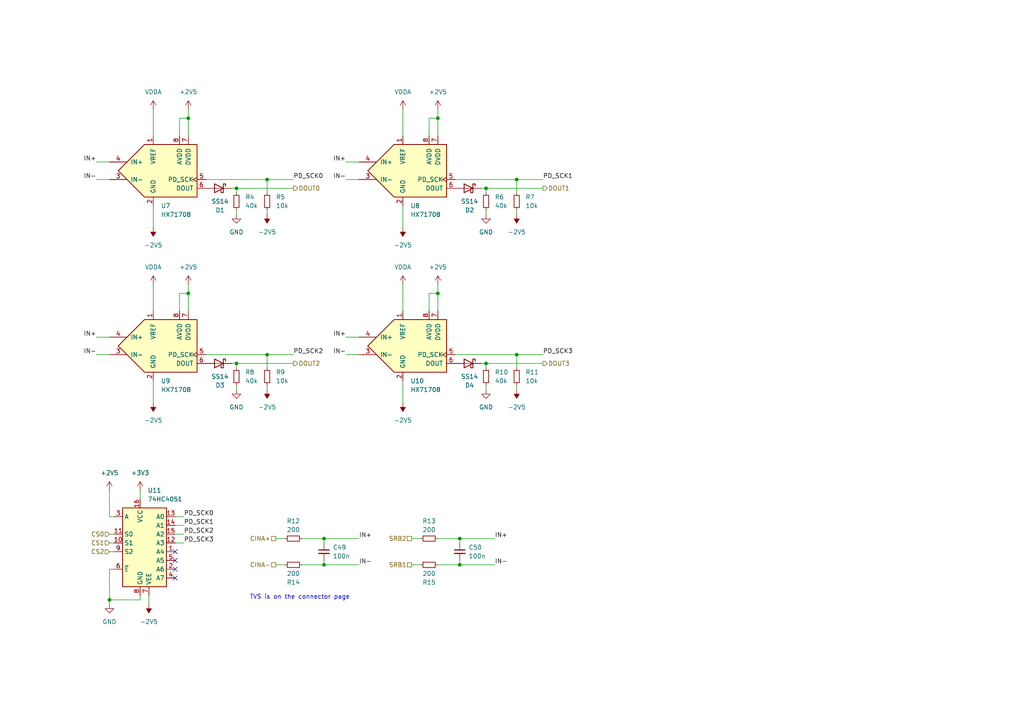
<source format=kicad_sch>
(kicad_sch (version 20230121) (generator eeschema)

  (uuid bb03b994-7835-425d-b837-a120cf394bae)

  (paper "A4")

  (title_block
    (title "Yet Another EXG Channel Board")
    (date "2024-02-07")
    (rev "1")
    (company "Yet Another AI Ltd.")
  )

  (lib_symbols
    (symbol "74xx:74HC4051" (in_bom yes) (on_board yes)
      (property "Reference" "U" (at -5.08 11.43 0)
        (effects (font (size 1.27 1.27)))
      )
      (property "Value" "74HC4051" (at -7.62 -13.97 0)
        (effects (font (size 1.27 1.27)))
      )
      (property "Footprint" "" (at 0 -10.16 0)
        (effects (font (size 1.27 1.27)) hide)
      )
      (property "Datasheet" "http://www.ti.com/lit/ds/symlink/cd74hc4051.pdf" (at 0 -10.16 0)
        (effects (font (size 1.27 1.27)) hide)
      )
      (property "ki_keywords" "HCMOS Multiplexer Demultiplexer Analog" (at 0 0 0)
        (effects (font (size 1.27 1.27)) hide)
      )
      (property "ki_description" "8-channel analog multiplexer/demultiplexer, DIP-16/SOIC-16/TSSOP-16" (at 0 0 0)
        (effects (font (size 1.27 1.27)) hide)
      )
      (property "ki_fp_filters" "DIP*W7.62mm* SOIC*3.9x9.9mm*P1.27mm* SOIC*5.3x10.2mm*P1.27mm* TSSOP*4.4x5mm*P0.65mm*" (at 0 0 0)
        (effects (font (size 1.27 1.27)) hide)
      )
      (symbol "74HC4051_0_1"
        (rectangle (start -5.08 10.16) (end 7.62 -12.7)
          (stroke (width 0.254) (type default))
          (fill (type background))
        )
      )
      (symbol "74HC4051_1_1"
        (pin passive line (at 10.16 -2.54 180) (length 2.54)
          (name "A4" (effects (font (size 1.27 1.27))))
          (number "1" (effects (font (size 1.27 1.27))))
        )
        (pin input line (at -7.62 0 0) (length 2.54)
          (name "S1" (effects (font (size 1.27 1.27))))
          (number "10" (effects (font (size 1.27 1.27))))
        )
        (pin input line (at -7.62 2.54 0) (length 2.54)
          (name "S0" (effects (font (size 1.27 1.27))))
          (number "11" (effects (font (size 1.27 1.27))))
        )
        (pin passive line (at 10.16 0 180) (length 2.54)
          (name "A3" (effects (font (size 1.27 1.27))))
          (number "12" (effects (font (size 1.27 1.27))))
        )
        (pin passive line (at 10.16 7.62 180) (length 2.54)
          (name "A0" (effects (font (size 1.27 1.27))))
          (number "13" (effects (font (size 1.27 1.27))))
        )
        (pin passive line (at 10.16 5.08 180) (length 2.54)
          (name "A1" (effects (font (size 1.27 1.27))))
          (number "14" (effects (font (size 1.27 1.27))))
        )
        (pin passive line (at 10.16 2.54 180) (length 2.54)
          (name "A2" (effects (font (size 1.27 1.27))))
          (number "15" (effects (font (size 1.27 1.27))))
        )
        (pin power_in line (at 0 12.7 270) (length 2.54)
          (name "VCC" (effects (font (size 1.27 1.27))))
          (number "16" (effects (font (size 1.27 1.27))))
        )
        (pin passive line (at 10.16 -7.62 180) (length 2.54)
          (name "A6" (effects (font (size 1.27 1.27))))
          (number "2" (effects (font (size 1.27 1.27))))
        )
        (pin passive line (at -7.62 7.62 0) (length 2.54)
          (name "A" (effects (font (size 1.27 1.27))))
          (number "3" (effects (font (size 1.27 1.27))))
        )
        (pin passive line (at 10.16 -10.16 180) (length 2.54)
          (name "A7" (effects (font (size 1.27 1.27))))
          (number "4" (effects (font (size 1.27 1.27))))
        )
        (pin passive line (at 10.16 -5.08 180) (length 2.54)
          (name "A5" (effects (font (size 1.27 1.27))))
          (number "5" (effects (font (size 1.27 1.27))))
        )
        (pin input line (at -7.62 -7.62 0) (length 2.54)
          (name "~{E}" (effects (font (size 1.27 1.27))))
          (number "6" (effects (font (size 1.27 1.27))))
        )
        (pin power_in line (at 2.54 -15.24 90) (length 2.54)
          (name "VEE" (effects (font (size 1.27 1.27))))
          (number "7" (effects (font (size 1.27 1.27))))
        )
        (pin power_in line (at 0 -15.24 90) (length 2.54)
          (name "GND" (effects (font (size 1.27 1.27))))
          (number "8" (effects (font (size 1.27 1.27))))
        )
        (pin input line (at -7.62 -2.54 0) (length 2.54)
          (name "S2" (effects (font (size 1.27 1.27))))
          (number "9" (effects (font (size 1.27 1.27))))
        )
      )
    )
    (symbol "Analog_ADC_AVIA:HX71708" (pin_names (offset 1.016)) (in_bom yes) (on_board yes)
      (property "Reference" "U" (at 11.43 3.175 0)
        (effects (font (size 1.27 1.27)) (justify left))
      )
      (property "Value" "HX71708" (at 11.43 1.27 0)
        (effects (font (size 1.27 1.27)) (justify left))
      )
      (property "Footprint" "Package_SO:SOP-8_3.76x4.96mm_P1.27mm" (at 8.89 -10.16 0)
        (effects (font (size 1.27 1.27)) hide)
      )
      (property "Datasheet" "http://en.aviaic.com/images/ueditor/1572851036793678.pdf" (at 7.62 -10.16 0)
        (effects (font (size 1.27 1.27)) hide)
      )
      (property "ki_keywords" "24-Bit Differential ADC SPI  1ch" (at 0 0 0)
        (effects (font (size 1.27 1.27)) hide)
      )
      (property "ki_description" "24-Bit Analog-to-Digital Converter (ADC) for Weigh Scales" (at 0 0 0)
        (effects (font (size 1.27 1.27)) hide)
      )
      (property "ki_fp_filters" "DIP*W7.62mm* SOIC*3.9x4.9mm*P1.27mm*" (at 0 0 0)
        (effects (font (size 1.27 1.27)) hide)
      )
      (symbol "HX71708_0_0"
        (polyline
          (pts
            (xy -12.7 0)
            (xy -5.08 7.62)
            (xy 10.16 7.62)
            (xy 10.16 -7.62)
            (xy -5.08 -7.62)
            (xy -12.7 0)
          )
          (stroke (width 0.254) (type default))
          (fill (type background))
        )
      )
      (symbol "HX71708_1_1"
        (pin power_in line (at -2.54 10.16 270) (length 2.54)
          (name "VREF" (effects (font (size 1.27 1.27))))
          (number "1" (effects (font (size 1.27 1.27))))
        )
        (pin power_in line (at -2.54 -10.16 90) (length 2.54)
          (name "GND" (effects (font (size 1.27 1.27))))
          (number "2" (effects (font (size 1.27 1.27))))
        )
        (pin input line (at -15.24 -2.54 0) (length 5.08)
          (name "IN-" (effects (font (size 1.27 1.27))))
          (number "3" (effects (font (size 1.27 1.27))))
        )
        (pin input line (at -15.24 2.54 0) (length 5.08)
          (name "IN+" (effects (font (size 1.27 1.27))))
          (number "4" (effects (font (size 1.27 1.27))))
        )
        (pin input clock (at 12.7 -2.54 180) (length 2.54)
          (name "PD_SCK" (effects (font (size 1.27 1.27))))
          (number "5" (effects (font (size 1.27 1.27))))
        )
        (pin output line (at 12.7 -5.08 180) (length 2.54)
          (name "DOUT" (effects (font (size 1.27 1.27))))
          (number "6" (effects (font (size 1.27 1.27))))
        )
        (pin power_in line (at 7.62 10.16 270) (length 2.54)
          (name "DVDD" (effects (font (size 1.27 1.27))))
          (number "7" (effects (font (size 1.27 1.27))))
        )
        (pin power_in line (at 5.08 10.16 270) (length 2.54)
          (name "AVDD" (effects (font (size 1.27 1.27))))
          (number "8" (effects (font (size 1.27 1.27))))
        )
      )
    )
    (symbol "Device:C_Small" (pin_numbers hide) (pin_names (offset 0.254) hide) (in_bom yes) (on_board yes)
      (property "Reference" "C" (at 0.254 1.778 0)
        (effects (font (size 1.27 1.27)) (justify left))
      )
      (property "Value" "C_Small" (at 0.254 -2.032 0)
        (effects (font (size 1.27 1.27)) (justify left))
      )
      (property "Footprint" "" (at 0 0 0)
        (effects (font (size 1.27 1.27)) hide)
      )
      (property "Datasheet" "~" (at 0 0 0)
        (effects (font (size 1.27 1.27)) hide)
      )
      (property "ki_keywords" "capacitor cap" (at 0 0 0)
        (effects (font (size 1.27 1.27)) hide)
      )
      (property "ki_description" "Unpolarized capacitor, small symbol" (at 0 0 0)
        (effects (font (size 1.27 1.27)) hide)
      )
      (property "ki_fp_filters" "C_*" (at 0 0 0)
        (effects (font (size 1.27 1.27)) hide)
      )
      (symbol "C_Small_0_1"
        (polyline
          (pts
            (xy -1.524 -0.508)
            (xy 1.524 -0.508)
          )
          (stroke (width 0.3302) (type default))
          (fill (type none))
        )
        (polyline
          (pts
            (xy -1.524 0.508)
            (xy 1.524 0.508)
          )
          (stroke (width 0.3048) (type default))
          (fill (type none))
        )
      )
      (symbol "C_Small_1_1"
        (pin passive line (at 0 2.54 270) (length 2.032)
          (name "~" (effects (font (size 1.27 1.27))))
          (number "1" (effects (font (size 1.27 1.27))))
        )
        (pin passive line (at 0 -2.54 90) (length 2.032)
          (name "~" (effects (font (size 1.27 1.27))))
          (number "2" (effects (font (size 1.27 1.27))))
        )
      )
    )
    (symbol "Device:D_Schottky" (pin_numbers hide) (pin_names (offset 1.016) hide) (in_bom yes) (on_board yes)
      (property "Reference" "D" (at 0 2.54 0)
        (effects (font (size 1.27 1.27)))
      )
      (property "Value" "D_Schottky" (at 0 -2.54 0)
        (effects (font (size 1.27 1.27)))
      )
      (property "Footprint" "" (at 0 0 0)
        (effects (font (size 1.27 1.27)) hide)
      )
      (property "Datasheet" "~" (at 0 0 0)
        (effects (font (size 1.27 1.27)) hide)
      )
      (property "ki_keywords" "diode Schottky" (at 0 0 0)
        (effects (font (size 1.27 1.27)) hide)
      )
      (property "ki_description" "Schottky diode" (at 0 0 0)
        (effects (font (size 1.27 1.27)) hide)
      )
      (property "ki_fp_filters" "TO-???* *_Diode_* *SingleDiode* D_*" (at 0 0 0)
        (effects (font (size 1.27 1.27)) hide)
      )
      (symbol "D_Schottky_0_1"
        (polyline
          (pts
            (xy 1.27 0)
            (xy -1.27 0)
          )
          (stroke (width 0) (type default))
          (fill (type none))
        )
        (polyline
          (pts
            (xy 1.27 1.27)
            (xy 1.27 -1.27)
            (xy -1.27 0)
            (xy 1.27 1.27)
          )
          (stroke (width 0.254) (type default))
          (fill (type none))
        )
        (polyline
          (pts
            (xy -1.905 0.635)
            (xy -1.905 1.27)
            (xy -1.27 1.27)
            (xy -1.27 -1.27)
            (xy -0.635 -1.27)
            (xy -0.635 -0.635)
          )
          (stroke (width 0.254) (type default))
          (fill (type none))
        )
      )
      (symbol "D_Schottky_1_1"
        (pin passive line (at -3.81 0 0) (length 2.54)
          (name "K" (effects (font (size 1.27 1.27))))
          (number "1" (effects (font (size 1.27 1.27))))
        )
        (pin passive line (at 3.81 0 180) (length 2.54)
          (name "A" (effects (font (size 1.27 1.27))))
          (number "2" (effects (font (size 1.27 1.27))))
        )
      )
    )
    (symbol "Device:R_Small" (pin_numbers hide) (pin_names (offset 0.254) hide) (in_bom yes) (on_board yes)
      (property "Reference" "R" (at 0.762 0.508 0)
        (effects (font (size 1.27 1.27)) (justify left))
      )
      (property "Value" "R_Small" (at 0.762 -1.016 0)
        (effects (font (size 1.27 1.27)) (justify left))
      )
      (property "Footprint" "" (at 0 0 0)
        (effects (font (size 1.27 1.27)) hide)
      )
      (property "Datasheet" "~" (at 0 0 0)
        (effects (font (size 1.27 1.27)) hide)
      )
      (property "ki_keywords" "R resistor" (at 0 0 0)
        (effects (font (size 1.27 1.27)) hide)
      )
      (property "ki_description" "Resistor, small symbol" (at 0 0 0)
        (effects (font (size 1.27 1.27)) hide)
      )
      (property "ki_fp_filters" "R_*" (at 0 0 0)
        (effects (font (size 1.27 1.27)) hide)
      )
      (symbol "R_Small_0_1"
        (rectangle (start -0.762 1.778) (end 0.762 -1.778)
          (stroke (width 0.2032) (type default))
          (fill (type none))
        )
      )
      (symbol "R_Small_1_1"
        (pin passive line (at 0 2.54 270) (length 0.762)
          (name "~" (effects (font (size 1.27 1.27))))
          (number "1" (effects (font (size 1.27 1.27))))
        )
        (pin passive line (at 0 -2.54 90) (length 0.762)
          (name "~" (effects (font (size 1.27 1.27))))
          (number "2" (effects (font (size 1.27 1.27))))
        )
      )
    )
    (symbol "power:+2V5" (power) (pin_names (offset 0)) (in_bom yes) (on_board yes)
      (property "Reference" "#PWR" (at 0 -3.81 0)
        (effects (font (size 1.27 1.27)) hide)
      )
      (property "Value" "+2V5" (at 0 3.556 0)
        (effects (font (size 1.27 1.27)))
      )
      (property "Footprint" "" (at 0 0 0)
        (effects (font (size 1.27 1.27)) hide)
      )
      (property "Datasheet" "" (at 0 0 0)
        (effects (font (size 1.27 1.27)) hide)
      )
      (property "ki_keywords" "global power" (at 0 0 0)
        (effects (font (size 1.27 1.27)) hide)
      )
      (property "ki_description" "Power symbol creates a global label with name \"+2V5\"" (at 0 0 0)
        (effects (font (size 1.27 1.27)) hide)
      )
      (symbol "+2V5_0_1"
        (polyline
          (pts
            (xy -0.762 1.27)
            (xy 0 2.54)
          )
          (stroke (width 0) (type default))
          (fill (type none))
        )
        (polyline
          (pts
            (xy 0 0)
            (xy 0 2.54)
          )
          (stroke (width 0) (type default))
          (fill (type none))
        )
        (polyline
          (pts
            (xy 0 2.54)
            (xy 0.762 1.27)
          )
          (stroke (width 0) (type default))
          (fill (type none))
        )
      )
      (symbol "+2V5_1_1"
        (pin power_in line (at 0 0 90) (length 0) hide
          (name "+2V5" (effects (font (size 1.27 1.27))))
          (number "1" (effects (font (size 1.27 1.27))))
        )
      )
    )
    (symbol "power:+3V3" (power) (pin_names (offset 0)) (in_bom yes) (on_board yes)
      (property "Reference" "#PWR" (at 0 -3.81 0)
        (effects (font (size 1.27 1.27)) hide)
      )
      (property "Value" "+3V3" (at 0 3.556 0)
        (effects (font (size 1.27 1.27)))
      )
      (property "Footprint" "" (at 0 0 0)
        (effects (font (size 1.27 1.27)) hide)
      )
      (property "Datasheet" "" (at 0 0 0)
        (effects (font (size 1.27 1.27)) hide)
      )
      (property "ki_keywords" "global power" (at 0 0 0)
        (effects (font (size 1.27 1.27)) hide)
      )
      (property "ki_description" "Power symbol creates a global label with name \"+3V3\"" (at 0 0 0)
        (effects (font (size 1.27 1.27)) hide)
      )
      (symbol "+3V3_0_1"
        (polyline
          (pts
            (xy -0.762 1.27)
            (xy 0 2.54)
          )
          (stroke (width 0) (type default))
          (fill (type none))
        )
        (polyline
          (pts
            (xy 0 0)
            (xy 0 2.54)
          )
          (stroke (width 0) (type default))
          (fill (type none))
        )
        (polyline
          (pts
            (xy 0 2.54)
            (xy 0.762 1.27)
          )
          (stroke (width 0) (type default))
          (fill (type none))
        )
      )
      (symbol "+3V3_1_1"
        (pin power_in line (at 0 0 90) (length 0) hide
          (name "+3V3" (effects (font (size 1.27 1.27))))
          (number "1" (effects (font (size 1.27 1.27))))
        )
      )
    )
    (symbol "power:-2V5" (power) (pin_names (offset 0)) (in_bom yes) (on_board yes)
      (property "Reference" "#PWR" (at 0 2.54 0)
        (effects (font (size 1.27 1.27)) hide)
      )
      (property "Value" "-2V5" (at 0 3.81 0)
        (effects (font (size 1.27 1.27)))
      )
      (property "Footprint" "" (at 0 0 0)
        (effects (font (size 1.27 1.27)) hide)
      )
      (property "Datasheet" "" (at 0 0 0)
        (effects (font (size 1.27 1.27)) hide)
      )
      (property "ki_keywords" "global power" (at 0 0 0)
        (effects (font (size 1.27 1.27)) hide)
      )
      (property "ki_description" "Power symbol creates a global label with name \"-2V5\"" (at 0 0 0)
        (effects (font (size 1.27 1.27)) hide)
      )
      (symbol "-2V5_0_0"
        (pin power_in line (at 0 0 90) (length 0) hide
          (name "-2V5" (effects (font (size 1.27 1.27))))
          (number "1" (effects (font (size 1.27 1.27))))
        )
      )
      (symbol "-2V5_0_1"
        (polyline
          (pts
            (xy 0 0)
            (xy 0 1.27)
            (xy 0.762 1.27)
            (xy 0 2.54)
            (xy -0.762 1.27)
            (xy 0 1.27)
          )
          (stroke (width 0) (type default))
          (fill (type outline))
        )
      )
    )
    (symbol "power:GND" (power) (pin_names (offset 0)) (in_bom yes) (on_board yes)
      (property "Reference" "#PWR" (at 0 -6.35 0)
        (effects (font (size 1.27 1.27)) hide)
      )
      (property "Value" "GND" (at 0 -3.81 0)
        (effects (font (size 1.27 1.27)))
      )
      (property "Footprint" "" (at 0 0 0)
        (effects (font (size 1.27 1.27)) hide)
      )
      (property "Datasheet" "" (at 0 0 0)
        (effects (font (size 1.27 1.27)) hide)
      )
      (property "ki_keywords" "global power" (at 0 0 0)
        (effects (font (size 1.27 1.27)) hide)
      )
      (property "ki_description" "Power symbol creates a global label with name \"GND\" , ground" (at 0 0 0)
        (effects (font (size 1.27 1.27)) hide)
      )
      (symbol "GND_0_1"
        (polyline
          (pts
            (xy 0 0)
            (xy 0 -1.27)
            (xy 1.27 -1.27)
            (xy 0 -2.54)
            (xy -1.27 -1.27)
            (xy 0 -1.27)
          )
          (stroke (width 0) (type default))
          (fill (type none))
        )
      )
      (symbol "GND_1_1"
        (pin power_in line (at 0 0 270) (length 0) hide
          (name "GND" (effects (font (size 1.27 1.27))))
          (number "1" (effects (font (size 1.27 1.27))))
        )
      )
    )
    (symbol "power:VDDA" (power) (pin_names (offset 0)) (in_bom yes) (on_board yes)
      (property "Reference" "#PWR" (at 0 -3.81 0)
        (effects (font (size 1.27 1.27)) hide)
      )
      (property "Value" "VDDA" (at 0 3.81 0)
        (effects (font (size 1.27 1.27)))
      )
      (property "Footprint" "" (at 0 0 0)
        (effects (font (size 1.27 1.27)) hide)
      )
      (property "Datasheet" "" (at 0 0 0)
        (effects (font (size 1.27 1.27)) hide)
      )
      (property "ki_keywords" "global power" (at 0 0 0)
        (effects (font (size 1.27 1.27)) hide)
      )
      (property "ki_description" "Power symbol creates a global label with name \"VDDA\"" (at 0 0 0)
        (effects (font (size 1.27 1.27)) hide)
      )
      (symbol "VDDA_0_1"
        (polyline
          (pts
            (xy -0.762 1.27)
            (xy 0 2.54)
          )
          (stroke (width 0) (type default))
          (fill (type none))
        )
        (polyline
          (pts
            (xy 0 0)
            (xy 0 2.54)
          )
          (stroke (width 0) (type default))
          (fill (type none))
        )
        (polyline
          (pts
            (xy 0 2.54)
            (xy 0.762 1.27)
          )
          (stroke (width 0) (type default))
          (fill (type none))
        )
      )
      (symbol "VDDA_1_1"
        (pin power_in line (at 0 0 90) (length 0) hide
          (name "VDDA" (effects (font (size 1.27 1.27))))
          (number "1" (effects (font (size 1.27 1.27))))
        )
      )
    )
  )

  (junction (at 149.86 52.07) (diameter 0) (color 0 0 0 0)
    (uuid 0048f06c-d451-4e01-aa27-49c37eefd736)
  )
  (junction (at 140.97 105.41) (diameter 0) (color 0 0 0 0)
    (uuid 0ca51f4a-c26e-499b-b2e3-f59ea79b994e)
  )
  (junction (at 133.35 163.83) (diameter 0) (color 0 0 0 0)
    (uuid 4d417123-d440-42e0-b4a5-061565f7a07e)
  )
  (junction (at 77.47 52.07) (diameter 0) (color 0 0 0 0)
    (uuid 60203c4c-eab9-4189-81ad-14d0d4012fd3)
  )
  (junction (at 31.75 173.99) (diameter 0) (color 0 0 0 0)
    (uuid 61c094d6-f578-4839-a201-6a6e98499ff5)
  )
  (junction (at 68.58 54.61) (diameter 0) (color 0 0 0 0)
    (uuid 6b3417dc-5091-4f8d-a490-5e0780f483e3)
  )
  (junction (at 149.86 102.87) (diameter 0) (color 0 0 0 0)
    (uuid 6c1c1ede-76b2-4a81-8c8a-454d4e5fe8b0)
  )
  (junction (at 68.58 105.41) (diameter 0) (color 0 0 0 0)
    (uuid 7d65aae8-3c0f-4101-91b9-ebb0e752c623)
  )
  (junction (at 54.61 85.09) (diameter 0) (color 0 0 0 0)
    (uuid 8021474e-29d1-4e57-924b-a4de4e8106d6)
  )
  (junction (at 127 34.29) (diameter 0) (color 0 0 0 0)
    (uuid 84025cb9-8911-45d9-8e27-b92b3d74becb)
  )
  (junction (at 54.61 34.29) (diameter 0) (color 0 0 0 0)
    (uuid 946608d7-18ff-47ef-9421-606fb01016c7)
  )
  (junction (at 133.35 156.21) (diameter 0) (color 0 0 0 0)
    (uuid 9b4d08c8-4709-4687-935d-8e281ec0f2cc)
  )
  (junction (at 140.97 54.61) (diameter 0) (color 0 0 0 0)
    (uuid a0175ea4-08cb-42b5-8034-942b8b54b484)
  )
  (junction (at 93.98 163.83) (diameter 0) (color 0 0 0 0)
    (uuid b04b2b32-0c17-4c0b-ae82-ebfdc725b2b0)
  )
  (junction (at 77.47 102.87) (diameter 0) (color 0 0 0 0)
    (uuid b42ebc70-286c-46cd-b8b1-779fada36486)
  )
  (junction (at 93.98 156.21) (diameter 0) (color 0 0 0 0)
    (uuid f4858349-f230-4d41-9858-ed08032eebc6)
  )
  (junction (at 127 85.09) (diameter 0) (color 0 0 0 0)
    (uuid f5d9ff30-d02b-4840-865b-e8948f2424be)
  )

  (no_connect (at 50.8 167.64) (uuid 650fb617-9eb9-4946-a339-0f1a97c6c0a7))
  (no_connect (at 50.8 160.02) (uuid adace582-cbee-4522-878a-37c93b5ee107))
  (no_connect (at 50.8 162.56) (uuid d5d9c20e-9be1-42e3-8999-8d1fcfc9ef1b))
  (no_connect (at 50.8 165.1) (uuid e198c3e8-f1d6-469e-8b75-bf27ca887616))

  (wire (pts (xy 31.75 149.86) (xy 33.02 149.86))
    (stroke (width 0) (type default))
    (uuid 05138ebd-a5dc-4dc0-8876-b0f7793863b3)
  )
  (wire (pts (xy 127 156.21) (xy 133.35 156.21))
    (stroke (width 0) (type default))
    (uuid 09730ec7-98cf-46ff-ae02-df1bc944e0f3)
  )
  (wire (pts (xy 140.97 111.76) (xy 140.97 113.03))
    (stroke (width 0) (type default))
    (uuid 09742d1d-e58b-4164-8616-75393f7487c3)
  )
  (wire (pts (xy 127 82.55) (xy 127 85.09))
    (stroke (width 0) (type default))
    (uuid 0a29dd7b-b048-4845-851b-66a03d9222c1)
  )
  (wire (pts (xy 140.97 54.61) (xy 140.97 55.88))
    (stroke (width 0) (type default))
    (uuid 0bd0651c-6df8-41a9-b1a5-fc257910ed03)
  )
  (wire (pts (xy 149.86 60.96) (xy 149.86 62.23))
    (stroke (width 0) (type default))
    (uuid 0f4487ff-1e06-4266-a039-54ab02d04a97)
  )
  (wire (pts (xy 77.47 52.07) (xy 85.09 52.07))
    (stroke (width 0) (type default))
    (uuid 15a261fe-4b2c-47fd-869c-2e1b7ca47779)
  )
  (wire (pts (xy 54.61 34.29) (xy 54.61 39.37))
    (stroke (width 0) (type default))
    (uuid 15d0bb94-a533-4379-94f5-bc73d7c8a534)
  )
  (wire (pts (xy 50.8 149.86) (xy 53.34 149.86))
    (stroke (width 0) (type default))
    (uuid 166bed87-86d7-47bd-97a1-92eb689d1f74)
  )
  (wire (pts (xy 149.86 52.07) (xy 149.86 55.88))
    (stroke (width 0) (type default))
    (uuid 1968fd87-7404-420b-805c-8b5212091232)
  )
  (wire (pts (xy 140.97 54.61) (xy 139.7 54.61))
    (stroke (width 0) (type default))
    (uuid 1e26a02d-fbe8-4c0e-9e55-6dda5fa8d7ab)
  )
  (wire (pts (xy 54.61 31.75) (xy 54.61 34.29))
    (stroke (width 0) (type default))
    (uuid 1e926d37-f38d-41d8-bb56-39460b59e3a6)
  )
  (wire (pts (xy 31.75 154.94) (xy 33.02 154.94))
    (stroke (width 0) (type default))
    (uuid 1ec40881-306d-44d1-b795-b5895b889d1b)
  )
  (wire (pts (xy 149.86 111.76) (xy 149.86 113.03))
    (stroke (width 0) (type default))
    (uuid 2124a6b5-120f-4c10-b609-dd0a93da823b)
  )
  (wire (pts (xy 44.45 110.49) (xy 44.45 116.84))
    (stroke (width 0) (type default))
    (uuid 2157a51b-7fcb-4ca7-86b3-f77ba1cd857c)
  )
  (wire (pts (xy 52.07 39.37) (xy 52.07 34.29))
    (stroke (width 0) (type default))
    (uuid 25ed960c-01a5-43bc-b498-31611a78dd79)
  )
  (wire (pts (xy 68.58 60.96) (xy 68.58 62.23))
    (stroke (width 0) (type default))
    (uuid 26eb7ae9-7d27-4e83-b23a-dedf863c152d)
  )
  (wire (pts (xy 59.69 52.07) (xy 77.47 52.07))
    (stroke (width 0) (type default))
    (uuid 2a02e311-e436-4bfd-8720-d84a4af78909)
  )
  (wire (pts (xy 31.75 173.99) (xy 31.75 175.26))
    (stroke (width 0) (type default))
    (uuid 317a5517-f079-4bb1-9372-3f5e0291ed19)
  )
  (wire (pts (xy 27.94 46.99) (xy 31.75 46.99))
    (stroke (width 0) (type default))
    (uuid 317d5b9a-fee0-4717-ac5b-c6701316380d)
  )
  (wire (pts (xy 50.8 152.4) (xy 53.34 152.4))
    (stroke (width 0) (type default))
    (uuid 3487e91d-6396-4d6d-b9f6-ac190f18b3bb)
  )
  (wire (pts (xy 40.64 172.72) (xy 40.64 173.99))
    (stroke (width 0) (type default))
    (uuid 35c28692-e36e-4fbc-9fcb-0d4a1c94b2e7)
  )
  (wire (pts (xy 44.45 59.69) (xy 44.45 66.04))
    (stroke (width 0) (type default))
    (uuid 37e8c16e-0f9a-4171-ad9e-9527b42f5025)
  )
  (wire (pts (xy 124.46 90.17) (xy 124.46 85.09))
    (stroke (width 0) (type default))
    (uuid 3916b561-f810-460f-88a0-a61d1ed2c834)
  )
  (wire (pts (xy 87.63 156.21) (xy 93.98 156.21))
    (stroke (width 0) (type default))
    (uuid 3975ff2d-dc37-4d9a-bfba-189c95e5094b)
  )
  (wire (pts (xy 52.07 85.09) (xy 54.61 85.09))
    (stroke (width 0) (type default))
    (uuid 3bf34177-076d-4058-8f7e-97fce47e17c7)
  )
  (wire (pts (xy 127 85.09) (xy 127 90.17))
    (stroke (width 0) (type default))
    (uuid 3d0520c8-ea67-4f99-966c-6d589a5ed589)
  )
  (wire (pts (xy 119.38 163.83) (xy 121.92 163.83))
    (stroke (width 0) (type default))
    (uuid 3f355c80-deb9-4fe1-a11b-0f257d347bd3)
  )
  (wire (pts (xy 31.75 149.86) (xy 31.75 142.24))
    (stroke (width 0) (type default))
    (uuid 3f70e9e1-ed93-444c-8fd2-02d01a09d6d5)
  )
  (wire (pts (xy 31.75 157.48) (xy 33.02 157.48))
    (stroke (width 0) (type default))
    (uuid 4a6ada93-252e-4076-8f7a-87a4b2341c8d)
  )
  (wire (pts (xy 27.94 102.87) (xy 31.75 102.87))
    (stroke (width 0) (type default))
    (uuid 5f85a3b5-2a39-413e-b12d-bfea526e5933)
  )
  (wire (pts (xy 40.64 173.99) (xy 31.75 173.99))
    (stroke (width 0) (type default))
    (uuid 617522cb-a974-4d29-aed4-51057e624a3a)
  )
  (wire (pts (xy 116.84 31.75) (xy 116.84 39.37))
    (stroke (width 0) (type default))
    (uuid 6473463d-c951-4475-be13-a1bdf81e2105)
  )
  (wire (pts (xy 77.47 102.87) (xy 77.47 106.68))
    (stroke (width 0) (type default))
    (uuid 65cba97c-cc86-4fd0-9920-557a53b960d6)
  )
  (wire (pts (xy 116.84 82.55) (xy 116.84 90.17))
    (stroke (width 0) (type default))
    (uuid 6640ae0f-fe6c-4c22-bf72-5e3f06ce9650)
  )
  (wire (pts (xy 100.33 97.79) (xy 104.14 97.79))
    (stroke (width 0) (type default))
    (uuid 6b79c71b-9281-4bdd-8262-19d09696dc43)
  )
  (wire (pts (xy 80.01 156.21) (xy 82.55 156.21))
    (stroke (width 0) (type default))
    (uuid 6d8f72fb-af86-4c5d-bc2a-107db165b648)
  )
  (wire (pts (xy 59.69 102.87) (xy 77.47 102.87))
    (stroke (width 0) (type default))
    (uuid 741e85eb-6d0c-425c-bf49-6d76996aefea)
  )
  (wire (pts (xy 27.94 52.07) (xy 31.75 52.07))
    (stroke (width 0) (type default))
    (uuid 752a2c22-aa75-4039-acbb-689c51b1cafb)
  )
  (wire (pts (xy 85.09 105.41) (xy 68.58 105.41))
    (stroke (width 0) (type default))
    (uuid 76e84b49-a629-4550-9d1d-3a517e74527f)
  )
  (wire (pts (xy 31.75 165.1) (xy 33.02 165.1))
    (stroke (width 0) (type default))
    (uuid 7a1da31d-7ec9-4c2a-b4be-168c2e64cd6e)
  )
  (wire (pts (xy 100.33 102.87) (xy 104.14 102.87))
    (stroke (width 0) (type default))
    (uuid 8022f44e-aa67-4529-904d-f8e6fb23bf4f)
  )
  (wire (pts (xy 54.61 85.09) (xy 54.61 90.17))
    (stroke (width 0) (type default))
    (uuid 80243ddd-1ab5-4524-a1e3-436acd3867c1)
  )
  (wire (pts (xy 93.98 163.83) (xy 104.14 163.83))
    (stroke (width 0) (type default))
    (uuid 803bfb9c-2794-49fd-95e8-a6d2646c8ece)
  )
  (wire (pts (xy 27.94 97.79) (xy 31.75 97.79))
    (stroke (width 0) (type default))
    (uuid 82ac6e4e-d2a8-4862-b657-765e78a66eaf)
  )
  (wire (pts (xy 52.07 90.17) (xy 52.07 85.09))
    (stroke (width 0) (type default))
    (uuid 82bd5c8c-047c-4000-a804-75355b2179bb)
  )
  (wire (pts (xy 77.47 52.07) (xy 77.47 55.88))
    (stroke (width 0) (type default))
    (uuid 82e96604-7d48-4409-bfed-8f7da1a68042)
  )
  (wire (pts (xy 149.86 102.87) (xy 149.86 106.68))
    (stroke (width 0) (type default))
    (uuid 834ea6ad-2b06-47af-9582-8645372fd4e7)
  )
  (wire (pts (xy 68.58 54.61) (xy 67.31 54.61))
    (stroke (width 0) (type default))
    (uuid 84cbb02f-40fc-49e5-9ffe-f5c85c01d229)
  )
  (wire (pts (xy 40.64 142.24) (xy 40.64 144.78))
    (stroke (width 0) (type default))
    (uuid 87b2c9c9-7660-4142-8d6d-c689b95faaba)
  )
  (wire (pts (xy 124.46 39.37) (xy 124.46 34.29))
    (stroke (width 0) (type default))
    (uuid 892a4b2c-30b5-462e-9e1a-f6a1e4fdaa8e)
  )
  (wire (pts (xy 68.58 105.41) (xy 67.31 105.41))
    (stroke (width 0) (type default))
    (uuid 89a80cd6-e9b6-4851-b953-186f41a000d4)
  )
  (wire (pts (xy 93.98 162.56) (xy 93.98 163.83))
    (stroke (width 0) (type default))
    (uuid 8b49e053-d6f0-4caa-9f8b-6172c0ff40e3)
  )
  (wire (pts (xy 140.97 105.41) (xy 139.7 105.41))
    (stroke (width 0) (type default))
    (uuid 8ceacde5-dacf-46ec-9ec4-c9a66d258774)
  )
  (wire (pts (xy 124.46 34.29) (xy 127 34.29))
    (stroke (width 0) (type default))
    (uuid 95b3b8c5-3c1d-4a05-9b7d-7410c2cdc40b)
  )
  (wire (pts (xy 87.63 163.83) (xy 93.98 163.83))
    (stroke (width 0) (type default))
    (uuid 95df1e80-f296-4e06-9ba4-0bb51c052668)
  )
  (wire (pts (xy 140.97 105.41) (xy 140.97 106.68))
    (stroke (width 0) (type default))
    (uuid 968c919a-a308-4eb6-8d71-0e2dcb59cf5c)
  )
  (wire (pts (xy 157.48 105.41) (xy 140.97 105.41))
    (stroke (width 0) (type default))
    (uuid 9ac41162-c5cb-4ddb-b5d2-cc188c5e644e)
  )
  (wire (pts (xy 140.97 60.96) (xy 140.97 62.23))
    (stroke (width 0) (type default))
    (uuid 9d704b28-f43c-479b-a75f-b1b963d84f66)
  )
  (wire (pts (xy 80.01 163.83) (xy 82.55 163.83))
    (stroke (width 0) (type default))
    (uuid 9e552bb5-f769-4d02-86e2-56a97baa9806)
  )
  (wire (pts (xy 54.61 82.55) (xy 54.61 85.09))
    (stroke (width 0) (type default))
    (uuid a041595b-016f-4511-9cdf-f446678a7205)
  )
  (wire (pts (xy 149.86 102.87) (xy 157.48 102.87))
    (stroke (width 0) (type default))
    (uuid a6039cf8-5d25-48ca-8cc4-2eb22e3b893c)
  )
  (wire (pts (xy 85.09 54.61) (xy 68.58 54.61))
    (stroke (width 0) (type default))
    (uuid b6334eb0-6a01-4cb1-b0a9-d4268829728f)
  )
  (wire (pts (xy 116.84 110.49) (xy 116.84 116.84))
    (stroke (width 0) (type default))
    (uuid b8acff8a-cd01-4391-a2a1-520ac2828e71)
  )
  (wire (pts (xy 31.75 165.1) (xy 31.75 173.99))
    (stroke (width 0) (type default))
    (uuid bbb2eb3c-20f8-4eed-9626-ae7bc5feb68b)
  )
  (wire (pts (xy 127 34.29) (xy 127 39.37))
    (stroke (width 0) (type default))
    (uuid be660912-1cee-4ad9-bcb7-ca88fd867f55)
  )
  (wire (pts (xy 116.84 59.69) (xy 116.84 66.04))
    (stroke (width 0) (type default))
    (uuid bf319d05-3eb1-4c37-9f7c-55aed07c4163)
  )
  (wire (pts (xy 93.98 156.21) (xy 93.98 157.48))
    (stroke (width 0) (type default))
    (uuid bf85a1c9-1ad6-48cf-90f4-80a23002f74b)
  )
  (wire (pts (xy 132.08 102.87) (xy 149.86 102.87))
    (stroke (width 0) (type default))
    (uuid c2722e9c-ae7b-424d-b932-4d3ee18538c9)
  )
  (wire (pts (xy 77.47 102.87) (xy 85.09 102.87))
    (stroke (width 0) (type default))
    (uuid c5ea91bc-52ca-4493-a4c5-eeb8ddcd33e8)
  )
  (wire (pts (xy 119.38 156.21) (xy 121.92 156.21))
    (stroke (width 0) (type default))
    (uuid cba22dd7-01a4-4305-b9aa-df666dd8ffb4)
  )
  (wire (pts (xy 50.8 154.94) (xy 53.34 154.94))
    (stroke (width 0) (type default))
    (uuid cbf216bb-c125-4863-a3ee-719df94a7361)
  )
  (wire (pts (xy 68.58 105.41) (xy 68.58 106.68))
    (stroke (width 0) (type default))
    (uuid ce8d2fa9-3be6-4b01-a025-f2b24da1134f)
  )
  (wire (pts (xy 133.35 162.56) (xy 133.35 163.83))
    (stroke (width 0) (type default))
    (uuid d029921e-bd56-45b3-b3c4-d99b948530f0)
  )
  (wire (pts (xy 43.18 172.72) (xy 43.18 175.26))
    (stroke (width 0) (type default))
    (uuid d167c2a7-0850-48a1-9d9e-bfd446e16b74)
  )
  (wire (pts (xy 124.46 85.09) (xy 127 85.09))
    (stroke (width 0) (type default))
    (uuid d3d5008c-a1cd-4bcc-942c-e364d6df8684)
  )
  (wire (pts (xy 133.35 163.83) (xy 143.51 163.83))
    (stroke (width 0) (type default))
    (uuid d5b291b4-a248-44ac-bd26-8a718a16c980)
  )
  (wire (pts (xy 100.33 46.99) (xy 104.14 46.99))
    (stroke (width 0) (type default))
    (uuid d5de2e55-5495-45dc-830c-5acf6e0c3c1d)
  )
  (wire (pts (xy 149.86 52.07) (xy 157.48 52.07))
    (stroke (width 0) (type default))
    (uuid d7ba95ef-6659-481e-9326-ab3717d771d1)
  )
  (wire (pts (xy 133.35 156.21) (xy 143.51 156.21))
    (stroke (width 0) (type default))
    (uuid e150ad6c-55c3-4fd6-abad-ab1f9db1848e)
  )
  (wire (pts (xy 44.45 82.55) (xy 44.45 90.17))
    (stroke (width 0) (type default))
    (uuid e3738750-bafb-404f-a43f-d415070ca73a)
  )
  (wire (pts (xy 127 163.83) (xy 133.35 163.83))
    (stroke (width 0) (type default))
    (uuid e814de97-3567-4bc8-ad84-ef334a37c25a)
  )
  (wire (pts (xy 132.08 52.07) (xy 149.86 52.07))
    (stroke (width 0) (type default))
    (uuid eacb1819-bc08-4e76-a23e-a4553e3075da)
  )
  (wire (pts (xy 31.75 160.02) (xy 33.02 160.02))
    (stroke (width 0) (type default))
    (uuid eafb1b2e-cdeb-4bc4-81b8-54f3c445c573)
  )
  (wire (pts (xy 50.8 157.48) (xy 53.34 157.48))
    (stroke (width 0) (type default))
    (uuid ed502959-74e5-4e59-b421-ae12b007672b)
  )
  (wire (pts (xy 52.07 34.29) (xy 54.61 34.29))
    (stroke (width 0) (type default))
    (uuid ee5e95b6-0231-4600-a1f4-2976d75a43da)
  )
  (wire (pts (xy 68.58 111.76) (xy 68.58 113.03))
    (stroke (width 0) (type default))
    (uuid ef41deed-c3d4-4c1f-9aa0-0f95a2e8bbbb)
  )
  (wire (pts (xy 133.35 156.21) (xy 133.35 157.48))
    (stroke (width 0) (type default))
    (uuid eff0ba7e-f121-4e14-83d6-46ec8b0c6830)
  )
  (wire (pts (xy 77.47 111.76) (xy 77.47 113.03))
    (stroke (width 0) (type default))
    (uuid f19fff93-843b-4e20-8d5f-ecf92a84a352)
  )
  (wire (pts (xy 100.33 52.07) (xy 104.14 52.07))
    (stroke (width 0) (type default))
    (uuid f1f85c3d-bc21-47c7-8d1a-b1eb1a17033a)
  )
  (wire (pts (xy 68.58 54.61) (xy 68.58 55.88))
    (stroke (width 0) (type default))
    (uuid f9cd6fcc-4e48-4496-aff1-e7d1ba9365aa)
  )
  (wire (pts (xy 93.98 156.21) (xy 104.14 156.21))
    (stroke (width 0) (type default))
    (uuid fa465947-220f-4599-8cfc-5755f16704d1)
  )
  (wire (pts (xy 77.47 60.96) (xy 77.47 62.23))
    (stroke (width 0) (type default))
    (uuid fa62c448-b80f-4c9f-97de-b323bb143dac)
  )
  (wire (pts (xy 44.45 31.75) (xy 44.45 39.37))
    (stroke (width 0) (type default))
    (uuid fc7a8798-f7f4-46fc-b679-3c6d37db83d9)
  )
  (wire (pts (xy 127 31.75) (xy 127 34.29))
    (stroke (width 0) (type default))
    (uuid fdab9e01-f9c0-4267-8df9-656a16e66a40)
  )
  (wire (pts (xy 157.48 54.61) (xy 140.97 54.61))
    (stroke (width 0) (type default))
    (uuid fe5faded-7ad1-4fbd-9b22-78fa7fa5e751)
  )

  (text "TVS is on the connector page" (at 72.39 173.99 0)
    (effects (font (size 1.27 1.27)) (justify left bottom))
    (uuid db131436-6aec-4a46-a8ce-ef866276c8de)
  )

  (label "PD_SCK0" (at 85.09 52.07 0) (fields_autoplaced)
    (effects (font (size 1.27 1.27)) (justify left bottom))
    (uuid 04b4b0ca-6053-4f98-8457-77263e5bd28b)
  )
  (label "IN-" (at 27.94 52.07 180) (fields_autoplaced)
    (effects (font (size 1.27 1.27)) (justify right bottom))
    (uuid 15820b4c-d745-4139-87b0-244d53a508eb)
  )
  (label "PD_SCK2" (at 53.34 154.94 0) (fields_autoplaced)
    (effects (font (size 1.27 1.27)) (justify left bottom))
    (uuid 1d07eaf3-3968-4c43-938c-407e58e9aa31)
  )
  (label "IN+" (at 27.94 97.79 180) (fields_autoplaced)
    (effects (font (size 1.27 1.27)) (justify right bottom))
    (uuid 1fd324a3-ef54-4a6d-9476-99eaa90467e5)
  )
  (label "PD_SCK3" (at 53.34 157.48 0) (fields_autoplaced)
    (effects (font (size 1.27 1.27)) (justify left bottom))
    (uuid 239c29f1-5f70-4f56-a07d-d82d3b815b59)
  )
  (label "IN-" (at 27.94 102.87 180) (fields_autoplaced)
    (effects (font (size 1.27 1.27)) (justify right bottom))
    (uuid 2492b172-b43b-42cd-89c3-0bdce814efb3)
  )
  (label "PD_SCK1" (at 53.34 152.4 0) (fields_autoplaced)
    (effects (font (size 1.27 1.27)) (justify left bottom))
    (uuid 26027e20-84fc-4c24-9523-73212df36460)
  )
  (label "IN+" (at 100.33 46.99 180) (fields_autoplaced)
    (effects (font (size 1.27 1.27)) (justify right bottom))
    (uuid 37a55f08-4e6f-44fb-93a7-094182fe9968)
  )
  (label "IN+" (at 100.33 97.79 180) (fields_autoplaced)
    (effects (font (size 1.27 1.27)) (justify right bottom))
    (uuid 4befcddb-7f39-46e4-a50f-88914018e8d3)
  )
  (label "IN-" (at 100.33 52.07 180) (fields_autoplaced)
    (effects (font (size 1.27 1.27)) (justify right bottom))
    (uuid 5abcc628-8f04-4a68-8ea1-3c4ab5e51b9f)
  )
  (label "PD_SCK0" (at 53.34 149.86 0) (fields_autoplaced)
    (effects (font (size 1.27 1.27)) (justify left bottom))
    (uuid 5f4eceef-54fa-4b7f-bc1e-d386b5c269a6)
  )
  (label "IN+" (at 143.51 156.21 0) (fields_autoplaced)
    (effects (font (size 1.27 1.27)) (justify left bottom))
    (uuid 66ba2e0f-a3be-4181-97c9-3de88548b1e4)
  )
  (label "IN+" (at 104.14 156.21 0) (fields_autoplaced)
    (effects (font (size 1.27 1.27)) (justify left bottom))
    (uuid 6bdd0856-2c6a-447e-9c38-fd2abf06361c)
  )
  (label "PD_SCK3" (at 157.48 102.87 0) (fields_autoplaced)
    (effects (font (size 1.27 1.27)) (justify left bottom))
    (uuid 96084088-0c63-4e60-b5e4-60c700202fed)
  )
  (label "PD_SCK1" (at 157.48 52.07 0) (fields_autoplaced)
    (effects (font (size 1.27 1.27)) (justify left bottom))
    (uuid af935a6f-010b-4509-aa38-82a00e202404)
  )
  (label "IN-" (at 143.51 163.83 0) (fields_autoplaced)
    (effects (font (size 1.27 1.27)) (justify left bottom))
    (uuid d5ac984a-00ef-4c5c-a009-d7dd296857f3)
  )
  (label "PD_SCK2" (at 85.09 102.87 0) (fields_autoplaced)
    (effects (font (size 1.27 1.27)) (justify left bottom))
    (uuid defbff55-2e54-4dd4-b4cd-98c7d840c95a)
  )
  (label "IN-" (at 104.14 163.83 0) (fields_autoplaced)
    (effects (font (size 1.27 1.27)) (justify left bottom))
    (uuid e95d3fcf-2ad2-46fd-a4b9-98ee8dfd4f1c)
  )
  (label "IN+" (at 27.94 46.99 180) (fields_autoplaced)
    (effects (font (size 1.27 1.27)) (justify right bottom))
    (uuid f52c8dac-2cde-4c65-bf38-82bdf9df17a8)
  )
  (label "IN-" (at 100.33 102.87 180) (fields_autoplaced)
    (effects (font (size 1.27 1.27)) (justify right bottom))
    (uuid f9f79102-ac90-4ed2-964a-05476fecae51)
  )

  (hierarchical_label "DOUT2" (shape output) (at 85.09 105.41 0) (fields_autoplaced)
    (effects (font (size 1.27 1.27)) (justify left))
    (uuid 104a2680-d389-4748-a80a-bd7d471ea920)
  )
  (hierarchical_label "CS1" (shape input) (at 31.75 157.48 180) (fields_autoplaced)
    (effects (font (size 1.27 1.27)) (justify right))
    (uuid 46f2efe3-2449-48ad-94fa-721f31a4d6cc)
  )
  (hierarchical_label "CINA+" (shape passive) (at 80.01 156.21 180) (fields_autoplaced)
    (effects (font (size 1.27 1.27)) (justify right))
    (uuid 4af3bdc9-ac6e-4b25-902c-18860b30f4bd)
  )
  (hierarchical_label "DOUT0" (shape output) (at 85.09 54.61 0) (fields_autoplaced)
    (effects (font (size 1.27 1.27)) (justify left))
    (uuid 72ed4ba9-8ca5-49e0-ada8-97489acc26b8)
  )
  (hierarchical_label "CS2" (shape input) (at 31.75 160.02 180) (fields_autoplaced)
    (effects (font (size 1.27 1.27)) (justify right))
    (uuid 91df1c03-fe32-4539-a55e-28eaa38c0623)
  )
  (hierarchical_label "SRB1" (shape passive) (at 119.38 163.83 180) (fields_autoplaced)
    (effects (font (size 1.27 1.27)) (justify right))
    (uuid 95ee4449-e3f3-492a-a345-36b903655d1c)
  )
  (hierarchical_label "CS0" (shape input) (at 31.75 154.94 180) (fields_autoplaced)
    (effects (font (size 1.27 1.27)) (justify right))
    (uuid 96708c37-2c83-46f7-a7b3-066dde5cea8b)
  )
  (hierarchical_label "DOUT3" (shape output) (at 157.48 105.41 0) (fields_autoplaced)
    (effects (font (size 1.27 1.27)) (justify left))
    (uuid b4a6ad78-f67f-4856-a4e0-8e0fd03dfd61)
  )
  (hierarchical_label "SRB2" (shape passive) (at 119.38 156.21 180) (fields_autoplaced)
    (effects (font (size 1.27 1.27)) (justify right))
    (uuid c1345b12-b329-4692-8b6f-8d3eb5807da5)
  )
  (hierarchical_label "CINA-" (shape passive) (at 80.01 163.83 180) (fields_autoplaced)
    (effects (font (size 1.27 1.27)) (justify right))
    (uuid eca4eb30-47a7-4669-a74a-1f0b097141b6)
  )
  (hierarchical_label "DOUT1" (shape output) (at 157.48 54.61 0) (fields_autoplaced)
    (effects (font (size 1.27 1.27)) (justify left))
    (uuid f541adbe-7dc4-4a14-a00d-ed9c4122c5c9)
  )

  (symbol (lib_id "Device:R_Small") (at 140.97 58.42 0) (unit 1)
    (in_bom yes) (on_board yes) (dnp no) (fields_autoplaced)
    (uuid 07d4c21e-28ba-4842-8180-9500d5d86887)
    (property "Reference" "R6" (at 143.51 57.15 0)
      (effects (font (size 1.27 1.27)) (justify left))
    )
    (property "Value" "40k" (at 143.51 59.69 0)
      (effects (font (size 1.27 1.27)) (justify left))
    )
    (property "Footprint" "Resistor_SMD:R_0603_1608Metric" (at 140.97 58.42 0)
      (effects (font (size 1.27 1.27)) hide)
    )
    (property "Datasheet" "~" (at 140.97 58.42 0)
      (effects (font (size 1.27 1.27)) hide)
    )
    (property "LCSC ID" "C3016445" (at 140.97 58.42 0)
      (effects (font (size 1.27 1.27)) hide)
    )
    (pin "1" (uuid aabaf21c-6dbe-43e6-983c-facf1311c347))
    (pin "2" (uuid be0b2b83-656e-48ea-b2c8-102f3585b4a5))
    (instances
      (project "yeg-channel"
        (path "/edce6e4b-dbee-4006-90c7-70e47f82b9ee/f9667ef1-4e46-41e1-a5e4-f6ce5d2d23c2"
          (reference "R6") (unit 1)
        )
      )
    )
  )

  (symbol (lib_id "Device:C_Small") (at 133.35 160.02 0) (unit 1)
    (in_bom yes) (on_board yes) (dnp no) (fields_autoplaced)
    (uuid 08871c37-b67e-4c85-aaf7-c6960d72c631)
    (property "Reference" "C50" (at 135.89 158.7563 0)
      (effects (font (size 1.27 1.27)) (justify left))
    )
    (property "Value" "100n" (at 135.89 161.2963 0)
      (effects (font (size 1.27 1.27)) (justify left))
    )
    (property "Footprint" "Capacitor_SMD:C_0603_1608Metric" (at 133.35 160.02 0)
      (effects (font (size 1.27 1.27)) hide)
    )
    (property "Datasheet" "~" (at 133.35 160.02 0)
      (effects (font (size 1.27 1.27)) hide)
    )
    (property "LCSC ID" "C14663" (at 133.35 160.02 0)
      (effects (font (size 1.27 1.27)) hide)
    )
    (pin "1" (uuid 30a29c61-88f3-4139-b50a-594be994b167))
    (pin "2" (uuid 0e645cd7-a6f7-4685-b72d-67ef52741946))
    (instances
      (project "yeg-channel"
        (path "/edce6e4b-dbee-4006-90c7-70e47f82b9ee/f9667ef1-4e46-41e1-a5e4-f6ce5d2d23c2"
          (reference "C50") (unit 1)
        )
      )
    )
  )

  (symbol (lib_id "power:GND") (at 68.58 113.03 0) (unit 1)
    (in_bom yes) (on_board yes) (dnp no) (fields_autoplaced)
    (uuid 0a437b12-657b-43b2-a8a6-4e2f29fe90e6)
    (property "Reference" "#PWR051" (at 68.58 119.38 0)
      (effects (font (size 1.27 1.27)) hide)
    )
    (property "Value" "GND" (at 68.58 118.11 0)
      (effects (font (size 1.27 1.27)))
    )
    (property "Footprint" "" (at 68.58 113.03 0)
      (effects (font (size 1.27 1.27)) hide)
    )
    (property "Datasheet" "" (at 68.58 113.03 0)
      (effects (font (size 1.27 1.27)) hide)
    )
    (pin "1" (uuid 256b5e20-df8e-4dbd-a700-9c5ddea12dea))
    (instances
      (project "yeg-channel"
        (path "/edce6e4b-dbee-4006-90c7-70e47f82b9ee/f9667ef1-4e46-41e1-a5e4-f6ce5d2d23c2"
          (reference "#PWR051") (unit 1)
        )
      )
    )
  )

  (symbol (lib_id "power:-2V5") (at 77.47 113.03 180) (unit 1)
    (in_bom yes) (on_board yes) (dnp no) (fields_autoplaced)
    (uuid 0ba33f0b-1a30-46b2-a63c-9f9d08cf9ae9)
    (property "Reference" "#PWR052" (at 77.47 115.57 0)
      (effects (font (size 1.27 1.27)) hide)
    )
    (property "Value" "-2V5" (at 77.47 118.11 0)
      (effects (font (size 1.27 1.27)))
    )
    (property "Footprint" "" (at 77.47 113.03 0)
      (effects (font (size 1.27 1.27)) hide)
    )
    (property "Datasheet" "" (at 77.47 113.03 0)
      (effects (font (size 1.27 1.27)) hide)
    )
    (pin "1" (uuid c5710bf5-a59e-421c-8e77-31e1d0861a0d))
    (instances
      (project "yeg-channel"
        (path "/edce6e4b-dbee-4006-90c7-70e47f82b9ee/f9667ef1-4e46-41e1-a5e4-f6ce5d2d23c2"
          (reference "#PWR052") (unit 1)
        )
      )
    )
  )

  (symbol (lib_id "power:-2V5") (at 116.84 116.84 180) (unit 1)
    (in_bom yes) (on_board yes) (dnp no) (fields_autoplaced)
    (uuid 112e9adb-549d-4e46-b4a5-9dc58a55e014)
    (property "Reference" "#PWR056" (at 116.84 119.38 0)
      (effects (font (size 1.27 1.27)) hide)
    )
    (property "Value" "-2V5" (at 116.84 121.92 0)
      (effects (font (size 1.27 1.27)))
    )
    (property "Footprint" "" (at 116.84 116.84 0)
      (effects (font (size 1.27 1.27)) hide)
    )
    (property "Datasheet" "" (at 116.84 116.84 0)
      (effects (font (size 1.27 1.27)) hide)
    )
    (pin "1" (uuid 833e7d5f-fe05-4075-b808-10d6b9ecce01))
    (instances
      (project "yeg-channel"
        (path "/edce6e4b-dbee-4006-90c7-70e47f82b9ee/f9667ef1-4e46-41e1-a5e4-f6ce5d2d23c2"
          (reference "#PWR056") (unit 1)
        )
      )
    )
  )

  (symbol (lib_id "Analog_ADC_AVIA:HX71708") (at 119.38 100.33 0) (unit 1)
    (in_bom yes) (on_board yes) (dnp no) (fields_autoplaced)
    (uuid 171fd363-6b76-411d-8ceb-ece189c98746)
    (property "Reference" "U10" (at 119.0341 110.49 0)
      (effects (font (size 1.27 1.27)) (justify left))
    )
    (property "Value" "HX71708" (at 119.0341 113.03 0)
      (effects (font (size 1.27 1.27)) (justify left))
    )
    (property "Footprint" "Package_SO:SOP-8_3.76x4.96mm_P1.27mm" (at 128.27 110.49 0)
      (effects (font (size 1.27 1.27)) hide)
    )
    (property "Datasheet" "http://en.aviaic.com/images/ueditor/1572851036793678.pdf" (at 127 110.49 0)
      (effects (font (size 1.27 1.27)) hide)
    )
    (property "LCSC ID" "C2909191" (at 119.38 100.33 0)
      (effects (font (size 1.27 1.27)) hide)
    )
    (pin "1" (uuid 74e1aa53-25fc-451f-a76e-f118068ae2fd))
    (pin "8" (uuid a03b11c3-9993-4a2f-8cba-a503f7d0aaa3))
    (pin "4" (uuid 2eb05d41-6777-47b9-aa7a-877078a25a68))
    (pin "5" (uuid 0658efef-e58f-4d19-b350-f46a59a39630))
    (pin "2" (uuid 124116dc-2bfc-42fd-8143-bd625b451ccb))
    (pin "6" (uuid 35d22d7b-d216-478e-9ee8-a28973b080e4))
    (pin "7" (uuid 25868f13-bf61-4fe0-81a0-085a448cc780))
    (pin "3" (uuid 865c4a3c-3dde-41ab-8702-3bcb4dd04d60))
    (instances
      (project "yeg-channel"
        (path "/edce6e4b-dbee-4006-90c7-70e47f82b9ee/f9667ef1-4e46-41e1-a5e4-f6ce5d2d23c2"
          (reference "U10") (unit 1)
        )
      )
    )
  )

  (symbol (lib_id "Device:R_Small") (at 85.09 163.83 90) (mirror x) (unit 1)
    (in_bom yes) (on_board yes) (dnp no)
    (uuid 1a799e70-d402-41ca-b692-1cf8e1a1b2c1)
    (property "Reference" "R14" (at 85.09 168.91 90)
      (effects (font (size 1.27 1.27)))
    )
    (property "Value" "200" (at 85.09 166.37 90)
      (effects (font (size 1.27 1.27)))
    )
    (property "Footprint" "Resistor_SMD:R_0603_1608Metric" (at 85.09 163.83 0)
      (effects (font (size 1.27 1.27)) hide)
    )
    (property "Datasheet" "~" (at 85.09 163.83 0)
      (effects (font (size 1.27 1.27)) hide)
    )
    (property "LCSC ID" "C8218" (at 85.09 163.83 0)
      (effects (font (size 1.27 1.27)) hide)
    )
    (pin "1" (uuid 7ecf88cf-f34c-418a-a85e-afe6bdd3a140))
    (pin "2" (uuid f0a5b9c5-0697-4ce4-a2a3-f5d0bfedcfc4))
    (instances
      (project "yeg-channel"
        (path "/edce6e4b-dbee-4006-90c7-70e47f82b9ee/f9667ef1-4e46-41e1-a5e4-f6ce5d2d23c2"
          (reference "R14") (unit 1)
        )
      )
    )
  )

  (symbol (lib_id "Analog_ADC_AVIA:HX71708") (at 46.99 100.33 0) (unit 1)
    (in_bom yes) (on_board yes) (dnp no) (fields_autoplaced)
    (uuid 1f889305-6a88-4dfd-b3fe-6242066f1d19)
    (property "Reference" "U9" (at 46.6441 110.49 0)
      (effects (font (size 1.27 1.27)) (justify left))
    )
    (property "Value" "HX71708" (at 46.6441 113.03 0)
      (effects (font (size 1.27 1.27)) (justify left))
    )
    (property "Footprint" "Package_SO:SOP-8_3.76x4.96mm_P1.27mm" (at 55.88 110.49 0)
      (effects (font (size 1.27 1.27)) hide)
    )
    (property "Datasheet" "http://en.aviaic.com/images/ueditor/1572851036793678.pdf" (at 54.61 110.49 0)
      (effects (font (size 1.27 1.27)) hide)
    )
    (property "LCSC ID" "C2909191" (at 46.99 100.33 0)
      (effects (font (size 1.27 1.27)) hide)
    )
    (pin "1" (uuid f1b815a0-b82c-4d73-90c1-4829ebe7f6ff))
    (pin "8" (uuid df588e07-6e74-435a-a732-a8723096d3d0))
    (pin "4" (uuid 1941b622-96d0-4c91-8aca-e8a115c37289))
    (pin "5" (uuid cf0446bb-61de-469b-938a-38dfe5f5ee1a))
    (pin "2" (uuid 0ea29391-cfd8-45a8-b4a4-fd34b5f75814))
    (pin "6" (uuid e3b180c6-9f4a-4f52-b318-03eaa213f7c5))
    (pin "7" (uuid 472c2eb8-5fba-41d8-830a-b5b398393ec9))
    (pin "3" (uuid 1a6f546b-683c-4209-b19d-32fb69425f4b))
    (instances
      (project "yeg-channel"
        (path "/edce6e4b-dbee-4006-90c7-70e47f82b9ee/f9667ef1-4e46-41e1-a5e4-f6ce5d2d23c2"
          (reference "U9") (unit 1)
        )
      )
    )
  )

  (symbol (lib_id "power:-2V5") (at 44.45 116.84 180) (unit 1)
    (in_bom yes) (on_board yes) (dnp no) (fields_autoplaced)
    (uuid 1fb5dfd9-b76b-4687-9203-039e3eb32617)
    (property "Reference" "#PWR055" (at 44.45 119.38 0)
      (effects (font (size 1.27 1.27)) hide)
    )
    (property "Value" "-2V5" (at 44.45 121.92 0)
      (effects (font (size 1.27 1.27)))
    )
    (property "Footprint" "" (at 44.45 116.84 0)
      (effects (font (size 1.27 1.27)) hide)
    )
    (property "Datasheet" "" (at 44.45 116.84 0)
      (effects (font (size 1.27 1.27)) hide)
    )
    (pin "1" (uuid 5ba66b9d-14e2-42f6-b384-64684bf99c5a))
    (instances
      (project "yeg-channel"
        (path "/edce6e4b-dbee-4006-90c7-70e47f82b9ee/f9667ef1-4e46-41e1-a5e4-f6ce5d2d23c2"
          (reference "#PWR055") (unit 1)
        )
      )
    )
  )

  (symbol (lib_id "Device:R_Small") (at 124.46 156.21 90) (unit 1)
    (in_bom yes) (on_board yes) (dnp no) (fields_autoplaced)
    (uuid 22644e27-444e-4190-a7da-102f42768f7b)
    (property "Reference" "R13" (at 124.46 151.13 90)
      (effects (font (size 1.27 1.27)))
    )
    (property "Value" "200" (at 124.46 153.67 90)
      (effects (font (size 1.27 1.27)))
    )
    (property "Footprint" "Resistor_SMD:R_0603_1608Metric" (at 124.46 156.21 0)
      (effects (font (size 1.27 1.27)) hide)
    )
    (property "Datasheet" "~" (at 124.46 156.21 0)
      (effects (font (size 1.27 1.27)) hide)
    )
    (property "LCSC ID" "C8218" (at 124.46 156.21 0)
      (effects (font (size 1.27 1.27)) hide)
    )
    (pin "1" (uuid 3f9a7d76-33fc-4d31-a412-e68302266624))
    (pin "2" (uuid 989170ee-5802-4d51-aea4-aa6ba04cabad))
    (instances
      (project "yeg-channel"
        (path "/edce6e4b-dbee-4006-90c7-70e47f82b9ee/f9667ef1-4e46-41e1-a5e4-f6ce5d2d23c2"
          (reference "R13") (unit 1)
        )
      )
    )
  )

  (symbol (lib_id "Device:D_Schottky") (at 63.5 105.41 0) (mirror y) (unit 1)
    (in_bom yes) (on_board yes) (dnp no)
    (uuid 23960333-3e0a-4f93-8136-d812e5fdaa7e)
    (property "Reference" "D3" (at 63.8175 111.76 0)
      (effects (font (size 1.27 1.27)))
    )
    (property "Value" "SS14" (at 63.8175 109.22 0)
      (effects (font (size 1.27 1.27)))
    )
    (property "Footprint" "Diode_SMD:D_SMA" (at 63.5 105.41 0)
      (effects (font (size 1.27 1.27)) hide)
    )
    (property "Datasheet" "~" (at 63.5 105.41 0)
      (effects (font (size 1.27 1.27)) hide)
    )
    (property "LCSC ID" "C513476" (at 63.5 105.41 0)
      (effects (font (size 1.27 1.27)) hide)
    )
    (pin "1" (uuid d6278f07-bb74-451e-b62b-9c2382c22e34))
    (pin "2" (uuid 74d1249f-584a-416b-8beb-f90a35a95947))
    (instances
      (project "yeg-channel"
        (path "/edce6e4b-dbee-4006-90c7-70e47f82b9ee/f9667ef1-4e46-41e1-a5e4-f6ce5d2d23c2"
          (reference "D3") (unit 1)
        )
      )
    )
  )

  (symbol (lib_id "power:GND") (at 140.97 62.23 0) (unit 1)
    (in_bom yes) (on_board yes) (dnp no) (fields_autoplaced)
    (uuid 2a1c41cd-d86b-4774-bbf1-5d492f570045)
    (property "Reference" "#PWR043" (at 140.97 68.58 0)
      (effects (font (size 1.27 1.27)) hide)
    )
    (property "Value" "GND" (at 140.97 67.31 0)
      (effects (font (size 1.27 1.27)))
    )
    (property "Footprint" "" (at 140.97 62.23 0)
      (effects (font (size 1.27 1.27)) hide)
    )
    (property "Datasheet" "" (at 140.97 62.23 0)
      (effects (font (size 1.27 1.27)) hide)
    )
    (pin "1" (uuid f17f2309-6e0c-40d7-b354-b3bacea1cbc2))
    (instances
      (project "yeg-channel"
        (path "/edce6e4b-dbee-4006-90c7-70e47f82b9ee/f9667ef1-4e46-41e1-a5e4-f6ce5d2d23c2"
          (reference "#PWR043") (unit 1)
        )
      )
    )
  )

  (symbol (lib_id "Device:R_Small") (at 68.58 58.42 0) (unit 1)
    (in_bom yes) (on_board yes) (dnp no) (fields_autoplaced)
    (uuid 32122965-419d-46e7-a2bb-f437a41ef57f)
    (property "Reference" "R4" (at 71.12 57.15 0)
      (effects (font (size 1.27 1.27)) (justify left))
    )
    (property "Value" "40k" (at 71.12 59.69 0)
      (effects (font (size 1.27 1.27)) (justify left))
    )
    (property "Footprint" "Resistor_SMD:R_0603_1608Metric" (at 68.58 58.42 0)
      (effects (font (size 1.27 1.27)) hide)
    )
    (property "Datasheet" "~" (at 68.58 58.42 0)
      (effects (font (size 1.27 1.27)) hide)
    )
    (property "LCSC ID" "C3016445" (at 68.58 58.42 0)
      (effects (font (size 1.27 1.27)) hide)
    )
    (pin "1" (uuid 6ab6345d-f867-4068-aadd-6603d2600a60))
    (pin "2" (uuid 6f5c94ab-ee4b-4d67-808d-d74ceea7676d))
    (instances
      (project "yeg-channel"
        (path "/edce6e4b-dbee-4006-90c7-70e47f82b9ee/f9667ef1-4e46-41e1-a5e4-f6ce5d2d23c2"
          (reference "R4") (unit 1)
        )
      )
    )
  )

  (symbol (lib_id "74xx:74HC4051") (at 40.64 157.48 0) (unit 1)
    (in_bom yes) (on_board yes) (dnp no) (fields_autoplaced)
    (uuid 32b38833-1418-4700-abce-b64a52efc074)
    (property "Reference" "U11" (at 42.8341 142.24 0)
      (effects (font (size 1.27 1.27)) (justify left))
    )
    (property "Value" "74HC4051" (at 42.8341 144.78 0)
      (effects (font (size 1.27 1.27)) (justify left))
    )
    (property "Footprint" "Package_SO:TSSOP-16_4.4x5mm_P0.65mm" (at 40.64 167.64 0)
      (effects (font (size 1.27 1.27)) hide)
    )
    (property "Datasheet" "http://www.ti.com/lit/ds/symlink/cd74hc4051.pdf" (at 40.64 167.64 0)
      (effects (font (size 1.27 1.27)) hide)
    )
    (property "LCSC ID" "C5645" (at 40.64 157.48 0)
      (effects (font (size 1.27 1.27)) hide)
    )
    (pin "4" (uuid e64cef34-7623-439f-bf6c-79e2e29eabb0))
    (pin "16" (uuid e68a1423-c572-431a-bed0-1f9ca36f8e07))
    (pin "12" (uuid 1d4edc4a-8fd8-47a9-a4cc-c8ec79ad4ab1))
    (pin "15" (uuid af385c71-688c-49f6-804f-8d01a5737c2c))
    (pin "9" (uuid 38fcafcf-8cfe-4c1c-824c-c9d1679316e7))
    (pin "3" (uuid d86ad1d9-9c38-41bb-8e95-cadf5caa7210))
    (pin "7" (uuid 35889443-df7e-491e-9f15-7db96350fca1))
    (pin "10" (uuid 4e3bd1e0-8602-4a8c-8351-4984c5daa945))
    (pin "1" (uuid a657a65e-533b-42d0-b80d-15e10cdda739))
    (pin "11" (uuid 786d924f-2f84-4188-bb7f-f9af1dba9097))
    (pin "2" (uuid 83ac5748-2615-439b-b8c7-ea0616b62a0a))
    (pin "14" (uuid 018d0f00-be5d-4552-a5ba-0fcba9b0c3e9))
    (pin "6" (uuid e5342193-29a9-4205-a0d7-aa7ad335204f))
    (pin "13" (uuid 5669c5d4-7163-4ed5-b6a4-a577a0e874a9))
    (pin "8" (uuid 09abb9c5-9ea8-4c56-8eab-cefafb47cfc2))
    (pin "5" (uuid 102814d0-ab85-4209-848b-95309bd2b2b9))
    (instances
      (project "yeg-channel"
        (path "/edce6e4b-dbee-4006-90c7-70e47f82b9ee/f9667ef1-4e46-41e1-a5e4-f6ce5d2d23c2"
          (reference "U11") (unit 1)
        )
      )
    )
  )

  (symbol (lib_id "Device:R_Small") (at 149.86 109.22 0) (unit 1)
    (in_bom yes) (on_board yes) (dnp no) (fields_autoplaced)
    (uuid 35711bd0-0241-4f22-8a0f-2353a2fff2f0)
    (property "Reference" "R11" (at 152.4 107.95 0)
      (effects (font (size 1.27 1.27)) (justify left))
    )
    (property "Value" "10k" (at 152.4 110.49 0)
      (effects (font (size 1.27 1.27)) (justify left))
    )
    (property "Footprint" "Resistor_SMD:R_0603_1608Metric" (at 149.86 109.22 0)
      (effects (font (size 1.27 1.27)) hide)
    )
    (property "Datasheet" "~" (at 149.86 109.22 0)
      (effects (font (size 1.27 1.27)) hide)
    )
    (property "LCSC ID" "C25804" (at 149.86 109.22 0)
      (effects (font (size 1.27 1.27)) hide)
    )
    (pin "1" (uuid 2508fd7b-6fc8-415a-945c-e7272ecf5208))
    (pin "2" (uuid 677fd87d-8ef7-4b07-8cbd-1ae99c33d6c4))
    (instances
      (project "yeg-channel"
        (path "/edce6e4b-dbee-4006-90c7-70e47f82b9ee/f9667ef1-4e46-41e1-a5e4-f6ce5d2d23c2"
          (reference "R11") (unit 1)
        )
      )
    )
  )

  (symbol (lib_id "power:+2V5") (at 54.61 82.55 0) (unit 1)
    (in_bom yes) (on_board yes) (dnp no) (fields_autoplaced)
    (uuid 36e95b46-4b0b-4fde-b67a-8cad142a6e11)
    (property "Reference" "#PWR048" (at 54.61 86.36 0)
      (effects (font (size 1.27 1.27)) hide)
    )
    (property "Value" "+2V5" (at 54.61 77.47 0)
      (effects (font (size 1.27 1.27)))
    )
    (property "Footprint" "" (at 54.61 82.55 0)
      (effects (font (size 1.27 1.27)) hide)
    )
    (property "Datasheet" "" (at 54.61 82.55 0)
      (effects (font (size 1.27 1.27)) hide)
    )
    (pin "1" (uuid a651024c-a068-44b7-af9d-dfb174a537d4))
    (instances
      (project "yeg-channel"
        (path "/edce6e4b-dbee-4006-90c7-70e47f82b9ee/f9667ef1-4e46-41e1-a5e4-f6ce5d2d23c2"
          (reference "#PWR048") (unit 1)
        )
      )
    )
  )

  (symbol (lib_id "power:-2V5") (at 116.84 66.04 180) (unit 1)
    (in_bom yes) (on_board yes) (dnp no) (fields_autoplaced)
    (uuid 39d33dc2-cf02-4cab-a8e4-23d9fe90f252)
    (property "Reference" "#PWR046" (at 116.84 68.58 0)
      (effects (font (size 1.27 1.27)) hide)
    )
    (property "Value" "-2V5" (at 116.84 71.12 0)
      (effects (font (size 1.27 1.27)))
    )
    (property "Footprint" "" (at 116.84 66.04 0)
      (effects (font (size 1.27 1.27)) hide)
    )
    (property "Datasheet" "" (at 116.84 66.04 0)
      (effects (font (size 1.27 1.27)) hide)
    )
    (pin "1" (uuid 512a365d-ff51-4a48-a886-744e40c28f66))
    (instances
      (project "yeg-channel"
        (path "/edce6e4b-dbee-4006-90c7-70e47f82b9ee/f9667ef1-4e46-41e1-a5e4-f6ce5d2d23c2"
          (reference "#PWR046") (unit 1)
        )
      )
    )
  )

  (symbol (lib_id "power:VDDA") (at 44.45 82.55 0) (unit 1)
    (in_bom yes) (on_board yes) (dnp no) (fields_autoplaced)
    (uuid 46f43d07-58a7-4fef-9e64-c381f56e9011)
    (property "Reference" "#PWR047" (at 44.45 86.36 0)
      (effects (font (size 1.27 1.27)) hide)
    )
    (property "Value" "VDDA" (at 44.45 77.47 0)
      (effects (font (size 1.27 1.27)))
    )
    (property "Footprint" "" (at 44.45 82.55 0)
      (effects (font (size 1.27 1.27)) hide)
    )
    (property "Datasheet" "" (at 44.45 82.55 0)
      (effects (font (size 1.27 1.27)) hide)
    )
    (pin "1" (uuid 6badc447-76ba-43dc-a6da-3850e4194445))
    (instances
      (project "yeg-channel"
        (path "/edce6e4b-dbee-4006-90c7-70e47f82b9ee/f9667ef1-4e46-41e1-a5e4-f6ce5d2d23c2"
          (reference "#PWR047") (unit 1)
        )
      )
    )
  )

  (symbol (lib_id "Device:C_Small") (at 93.98 160.02 0) (unit 1)
    (in_bom yes) (on_board yes) (dnp no) (fields_autoplaced)
    (uuid 49dec2d6-116e-4382-a495-6d96c0e34fd3)
    (property "Reference" "C49" (at 96.52 158.7563 0)
      (effects (font (size 1.27 1.27)) (justify left))
    )
    (property "Value" "100n" (at 96.52 161.2963 0)
      (effects (font (size 1.27 1.27)) (justify left))
    )
    (property "Footprint" "Capacitor_SMD:C_0603_1608Metric" (at 93.98 160.02 0)
      (effects (font (size 1.27 1.27)) hide)
    )
    (property "Datasheet" "~" (at 93.98 160.02 0)
      (effects (font (size 1.27 1.27)) hide)
    )
    (property "LCSC ID" "C14663" (at 93.98 160.02 0)
      (effects (font (size 1.27 1.27)) hide)
    )
    (pin "1" (uuid 24e4c16b-8c30-4aaa-8222-bb8b8566b32d))
    (pin "2" (uuid ebb0da35-4046-47bc-8bf7-c71b71929fd4))
    (instances
      (project "yeg-channel"
        (path "/edce6e4b-dbee-4006-90c7-70e47f82b9ee/f9667ef1-4e46-41e1-a5e4-f6ce5d2d23c2"
          (reference "C49") (unit 1)
        )
      )
    )
  )

  (symbol (lib_id "power:-2V5") (at 149.86 62.23 180) (unit 1)
    (in_bom yes) (on_board yes) (dnp no) (fields_autoplaced)
    (uuid 52ac0aa4-7b30-4fe7-a20f-b427d76195e5)
    (property "Reference" "#PWR044" (at 149.86 64.77 0)
      (effects (font (size 1.27 1.27)) hide)
    )
    (property "Value" "-2V5" (at 149.86 67.31 0)
      (effects (font (size 1.27 1.27)))
    )
    (property "Footprint" "" (at 149.86 62.23 0)
      (effects (font (size 1.27 1.27)) hide)
    )
    (property "Datasheet" "" (at 149.86 62.23 0)
      (effects (font (size 1.27 1.27)) hide)
    )
    (pin "1" (uuid 7aec43d1-13d4-4fe5-bad6-a4a70e03ec9d))
    (instances
      (project "yeg-channel"
        (path "/edce6e4b-dbee-4006-90c7-70e47f82b9ee/f9667ef1-4e46-41e1-a5e4-f6ce5d2d23c2"
          (reference "#PWR044") (unit 1)
        )
      )
    )
  )

  (symbol (lib_id "Device:R_Small") (at 77.47 109.22 0) (unit 1)
    (in_bom yes) (on_board yes) (dnp no) (fields_autoplaced)
    (uuid 52f66b54-2462-4f4d-9fff-bb5d67fa22f3)
    (property "Reference" "R9" (at 80.01 107.95 0)
      (effects (font (size 1.27 1.27)) (justify left))
    )
    (property "Value" "10k" (at 80.01 110.49 0)
      (effects (font (size 1.27 1.27)) (justify left))
    )
    (property "Footprint" "Resistor_SMD:R_0603_1608Metric" (at 77.47 109.22 0)
      (effects (font (size 1.27 1.27)) hide)
    )
    (property "Datasheet" "~" (at 77.47 109.22 0)
      (effects (font (size 1.27 1.27)) hide)
    )
    (property "LCSC ID" "C25804" (at 77.47 109.22 0)
      (effects (font (size 1.27 1.27)) hide)
    )
    (pin "1" (uuid 95403910-75a7-4dc3-8223-b3d73a2777f1))
    (pin "2" (uuid 601bebf4-ec7b-4f9d-b7e9-fddbbb0aac73))
    (instances
      (project "yeg-channel"
        (path "/edce6e4b-dbee-4006-90c7-70e47f82b9ee/f9667ef1-4e46-41e1-a5e4-f6ce5d2d23c2"
          (reference "R9") (unit 1)
        )
      )
    )
  )

  (symbol (lib_id "power:-2V5") (at 149.86 113.03 180) (unit 1)
    (in_bom yes) (on_board yes) (dnp no) (fields_autoplaced)
    (uuid 53211193-b87a-49b4-86cd-f9497c8dad65)
    (property "Reference" "#PWR054" (at 149.86 115.57 0)
      (effects (font (size 1.27 1.27)) hide)
    )
    (property "Value" "-2V5" (at 149.86 118.11 0)
      (effects (font (size 1.27 1.27)))
    )
    (property "Footprint" "" (at 149.86 113.03 0)
      (effects (font (size 1.27 1.27)) hide)
    )
    (property "Datasheet" "" (at 149.86 113.03 0)
      (effects (font (size 1.27 1.27)) hide)
    )
    (pin "1" (uuid 2e92f6b9-d477-4c89-b745-124d45c7437f))
    (instances
      (project "yeg-channel"
        (path "/edce6e4b-dbee-4006-90c7-70e47f82b9ee/f9667ef1-4e46-41e1-a5e4-f6ce5d2d23c2"
          (reference "#PWR054") (unit 1)
        )
      )
    )
  )

  (symbol (lib_id "Analog_ADC_AVIA:HX71708") (at 46.99 49.53 0) (unit 1)
    (in_bom yes) (on_board yes) (dnp no) (fields_autoplaced)
    (uuid 55f8ba16-a41a-4c18-89df-889aaabbc0c2)
    (property "Reference" "U7" (at 46.6441 59.69 0)
      (effects (font (size 1.27 1.27)) (justify left))
    )
    (property "Value" "HX71708" (at 46.6441 62.23 0)
      (effects (font (size 1.27 1.27)) (justify left))
    )
    (property "Footprint" "Package_SO:SOP-8_3.76x4.96mm_P1.27mm" (at 55.88 59.69 0)
      (effects (font (size 1.27 1.27)) hide)
    )
    (property "Datasheet" "http://en.aviaic.com/images/ueditor/1572851036793678.pdf" (at 54.61 59.69 0)
      (effects (font (size 1.27 1.27)) hide)
    )
    (property "LCSC ID" "C2909191" (at 46.99 49.53 0)
      (effects (font (size 1.27 1.27)) hide)
    )
    (pin "1" (uuid e6933e8a-dafd-4c12-92cd-15dc531fb0aa))
    (pin "8" (uuid 7dd7799d-d070-4a2c-86d1-34ea343bbe6a))
    (pin "4" (uuid 8fe4017b-2dbc-4b7f-a8d5-1bc0119ed731))
    (pin "5" (uuid 7f9a26db-c8b8-433e-a6d4-ce8c65ebba7c))
    (pin "2" (uuid a0c9157c-6f46-4c7d-8884-efcfe4e9948f))
    (pin "6" (uuid 00dc10a4-8a8c-4d7f-8d3a-56a733bfdb28))
    (pin "7" (uuid e062f569-a52b-4b33-885c-519babb6fb1e))
    (pin "3" (uuid 77aa4f7d-aeef-4ffd-be87-18ac342a18fc))
    (instances
      (project "yeg-channel"
        (path "/edce6e4b-dbee-4006-90c7-70e47f82b9ee/f9667ef1-4e46-41e1-a5e4-f6ce5d2d23c2"
          (reference "U7") (unit 1)
        )
      )
    )
  )

  (symbol (lib_id "power:VDDA") (at 44.45 31.75 0) (unit 1)
    (in_bom yes) (on_board yes) (dnp no) (fields_autoplaced)
    (uuid 709c6206-cef1-411d-a2d5-0090df02cc10)
    (property "Reference" "#PWR037" (at 44.45 35.56 0)
      (effects (font (size 1.27 1.27)) hide)
    )
    (property "Value" "VDDA" (at 44.45 26.67 0)
      (effects (font (size 1.27 1.27)))
    )
    (property "Footprint" "" (at 44.45 31.75 0)
      (effects (font (size 1.27 1.27)) hide)
    )
    (property "Datasheet" "" (at 44.45 31.75 0)
      (effects (font (size 1.27 1.27)) hide)
    )
    (pin "1" (uuid d4834b6a-118c-4461-92b3-2385b5a6c5ad))
    (instances
      (project "yeg-channel"
        (path "/edce6e4b-dbee-4006-90c7-70e47f82b9ee/f9667ef1-4e46-41e1-a5e4-f6ce5d2d23c2"
          (reference "#PWR037") (unit 1)
        )
      )
    )
  )

  (symbol (lib_id "Device:R_Small") (at 85.09 156.21 90) (unit 1)
    (in_bom yes) (on_board yes) (dnp no) (fields_autoplaced)
    (uuid 72841087-51b3-43eb-a981-88f93b274494)
    (property "Reference" "R12" (at 85.09 151.13 90)
      (effects (font (size 1.27 1.27)))
    )
    (property "Value" "200" (at 85.09 153.67 90)
      (effects (font (size 1.27 1.27)))
    )
    (property "Footprint" "Resistor_SMD:R_0603_1608Metric" (at 85.09 156.21 0)
      (effects (font (size 1.27 1.27)) hide)
    )
    (property "Datasheet" "~" (at 85.09 156.21 0)
      (effects (font (size 1.27 1.27)) hide)
    )
    (property "LCSC ID" "C8218" (at 85.09 156.21 0)
      (effects (font (size 1.27 1.27)) hide)
    )
    (pin "1" (uuid 22f1a692-a020-4a68-a305-d8d9b4ad4063))
    (pin "2" (uuid b2da63c2-ca05-44fe-9951-2a83eb939f3e))
    (instances
      (project "yeg-channel"
        (path "/edce6e4b-dbee-4006-90c7-70e47f82b9ee/f9667ef1-4e46-41e1-a5e4-f6ce5d2d23c2"
          (reference "R12") (unit 1)
        )
      )
    )
  )

  (symbol (lib_id "power:+3V3") (at 40.64 142.24 0) (unit 1)
    (in_bom yes) (on_board yes) (dnp no) (fields_autoplaced)
    (uuid 793a1a4c-60a4-4e21-95aa-97b6bace07ac)
    (property "Reference" "#PWR058" (at 40.64 146.05 0)
      (effects (font (size 1.27 1.27)) hide)
    )
    (property "Value" "+3V3" (at 40.64 137.16 0)
      (effects (font (size 1.27 1.27)))
    )
    (property "Footprint" "" (at 40.64 142.24 0)
      (effects (font (size 1.27 1.27)) hide)
    )
    (property "Datasheet" "" (at 40.64 142.24 0)
      (effects (font (size 1.27 1.27)) hide)
    )
    (pin "1" (uuid a0e870a1-e23a-49e3-bbfe-2e5a7056fc8e))
    (instances
      (project "yeg-channel"
        (path "/edce6e4b-dbee-4006-90c7-70e47f82b9ee/f9667ef1-4e46-41e1-a5e4-f6ce5d2d23c2"
          (reference "#PWR058") (unit 1)
        )
      )
    )
  )

  (symbol (lib_id "Analog_ADC_AVIA:HX71708") (at 119.38 49.53 0) (unit 1)
    (in_bom yes) (on_board yes) (dnp no) (fields_autoplaced)
    (uuid 7add0dfb-f8ab-406e-8079-de32419d075b)
    (property "Reference" "U8" (at 119.0341 59.69 0)
      (effects (font (size 1.27 1.27)) (justify left))
    )
    (property "Value" "HX71708" (at 119.0341 62.23 0)
      (effects (font (size 1.27 1.27)) (justify left))
    )
    (property "Footprint" "Package_SO:SOP-8_3.76x4.96mm_P1.27mm" (at 128.27 59.69 0)
      (effects (font (size 1.27 1.27)) hide)
    )
    (property "Datasheet" "http://en.aviaic.com/images/ueditor/1572851036793678.pdf" (at 127 59.69 0)
      (effects (font (size 1.27 1.27)) hide)
    )
    (property "LCSC ID" "C2909191" (at 119.38 49.53 0)
      (effects (font (size 1.27 1.27)) hide)
    )
    (pin "1" (uuid b6c8182b-b48b-4cb4-ae05-677374026bce))
    (pin "8" (uuid ac041ff1-db10-40c3-9eaa-e065c3cbea09))
    (pin "4" (uuid 6bd4ffde-979b-46cd-bf53-19393ac75ad8))
    (pin "5" (uuid 23c9e626-1383-42b9-b506-c73de485f5e7))
    (pin "2" (uuid e48a01d6-a017-43e8-b1ad-d70218c3506a))
    (pin "6" (uuid cf9cde23-4dd0-4736-9590-21962ae44b24))
    (pin "7" (uuid 32f68f48-0116-4a44-bf9a-82a39487785d))
    (pin "3" (uuid e697657c-7019-43bc-a33c-1ccf6389282e))
    (instances
      (project "yeg-channel"
        (path "/edce6e4b-dbee-4006-90c7-70e47f82b9ee/f9667ef1-4e46-41e1-a5e4-f6ce5d2d23c2"
          (reference "U8") (unit 1)
        )
      )
    )
  )

  (symbol (lib_id "power:-2V5") (at 77.47 62.23 180) (unit 1)
    (in_bom yes) (on_board yes) (dnp no) (fields_autoplaced)
    (uuid 80f4ca05-747e-4dda-9191-5e8a1d43662d)
    (property "Reference" "#PWR042" (at 77.47 64.77 0)
      (effects (font (size 1.27 1.27)) hide)
    )
    (property "Value" "-2V5" (at 77.47 67.31 0)
      (effects (font (size 1.27 1.27)))
    )
    (property "Footprint" "" (at 77.47 62.23 0)
      (effects (font (size 1.27 1.27)) hide)
    )
    (property "Datasheet" "" (at 77.47 62.23 0)
      (effects (font (size 1.27 1.27)) hide)
    )
    (pin "1" (uuid 4f5a33bd-f998-4b66-ae2c-06ffe773ba82))
    (instances
      (project "yeg-channel"
        (path "/edce6e4b-dbee-4006-90c7-70e47f82b9ee/f9667ef1-4e46-41e1-a5e4-f6ce5d2d23c2"
          (reference "#PWR042") (unit 1)
        )
      )
    )
  )

  (symbol (lib_id "Device:R_Small") (at 77.47 58.42 0) (unit 1)
    (in_bom yes) (on_board yes) (dnp no) (fields_autoplaced)
    (uuid 86ddab52-2862-44e3-8d1d-03fa8fe5a4d4)
    (property "Reference" "R5" (at 80.01 57.15 0)
      (effects (font (size 1.27 1.27)) (justify left))
    )
    (property "Value" "10k" (at 80.01 59.69 0)
      (effects (font (size 1.27 1.27)) (justify left))
    )
    (property "Footprint" "Resistor_SMD:R_0603_1608Metric" (at 77.47 58.42 0)
      (effects (font (size 1.27 1.27)) hide)
    )
    (property "Datasheet" "~" (at 77.47 58.42 0)
      (effects (font (size 1.27 1.27)) hide)
    )
    (property "LCSC ID" "C25804" (at 77.47 58.42 0)
      (effects (font (size 1.27 1.27)) hide)
    )
    (pin "1" (uuid 22de782e-f330-4bfb-8da9-5b036ccb3621))
    (pin "2" (uuid cc889f19-af37-4a2b-bfda-a165cfbf4926))
    (instances
      (project "yeg-channel"
        (path "/edce6e4b-dbee-4006-90c7-70e47f82b9ee/f9667ef1-4e46-41e1-a5e4-f6ce5d2d23c2"
          (reference "R5") (unit 1)
        )
      )
    )
  )

  (symbol (lib_id "Device:D_Schottky") (at 135.89 54.61 0) (mirror y) (unit 1)
    (in_bom yes) (on_board yes) (dnp no)
    (uuid 8ac1cb29-bdab-449a-bc41-73f5ed7c7970)
    (property "Reference" "D2" (at 136.2075 60.96 0)
      (effects (font (size 1.27 1.27)))
    )
    (property "Value" "SS14" (at 136.2075 58.42 0)
      (effects (font (size 1.27 1.27)))
    )
    (property "Footprint" "Diode_SMD:D_SMA" (at 135.89 54.61 0)
      (effects (font (size 1.27 1.27)) hide)
    )
    (property "Datasheet" "~" (at 135.89 54.61 0)
      (effects (font (size 1.27 1.27)) hide)
    )
    (property "LCSC ID" "C513476" (at 135.89 54.61 0)
      (effects (font (size 1.27 1.27)) hide)
    )
    (pin "1" (uuid bc935ff9-1c57-4aeb-94d7-5a4fec63a7ab))
    (pin "2" (uuid 46ee9257-d90e-4cd0-b674-a5122955584e))
    (instances
      (project "yeg-channel"
        (path "/edce6e4b-dbee-4006-90c7-70e47f82b9ee/f9667ef1-4e46-41e1-a5e4-f6ce5d2d23c2"
          (reference "D2") (unit 1)
        )
      )
    )
  )

  (symbol (lib_id "power:+2V5") (at 31.75 142.24 0) (unit 1)
    (in_bom yes) (on_board yes) (dnp no) (fields_autoplaced)
    (uuid 8d342d31-095d-43a0-8320-bebcccb0c1d0)
    (property "Reference" "#PWR057" (at 31.75 146.05 0)
      (effects (font (size 1.27 1.27)) hide)
    )
    (property "Value" "+2V5" (at 31.75 137.16 0)
      (effects (font (size 1.27 1.27)))
    )
    (property "Footprint" "" (at 31.75 142.24 0)
      (effects (font (size 1.27 1.27)) hide)
    )
    (property "Datasheet" "" (at 31.75 142.24 0)
      (effects (font (size 1.27 1.27)) hide)
    )
    (pin "1" (uuid fc47641a-ee44-4a0a-a1c3-39f55e02233b))
    (instances
      (project "yeg-channel"
        (path "/edce6e4b-dbee-4006-90c7-70e47f82b9ee/f9667ef1-4e46-41e1-a5e4-f6ce5d2d23c2"
          (reference "#PWR057") (unit 1)
        )
      )
    )
  )

  (symbol (lib_id "power:+2V5") (at 127 31.75 0) (unit 1)
    (in_bom yes) (on_board yes) (dnp no) (fields_autoplaced)
    (uuid 90360209-7620-4f58-be01-86a2de34d8b3)
    (property "Reference" "#PWR040" (at 127 35.56 0)
      (effects (font (size 1.27 1.27)) hide)
    )
    (property "Value" "+2V5" (at 127 26.67 0)
      (effects (font (size 1.27 1.27)))
    )
    (property "Footprint" "" (at 127 31.75 0)
      (effects (font (size 1.27 1.27)) hide)
    )
    (property "Datasheet" "" (at 127 31.75 0)
      (effects (font (size 1.27 1.27)) hide)
    )
    (pin "1" (uuid 27698a2f-a7e5-4fcf-8ca7-03eafdf14ab2))
    (instances
      (project "yeg-channel"
        (path "/edce6e4b-dbee-4006-90c7-70e47f82b9ee/f9667ef1-4e46-41e1-a5e4-f6ce5d2d23c2"
          (reference "#PWR040") (unit 1)
        )
      )
    )
  )

  (symbol (lib_id "power:-2V5") (at 43.18 175.26 180) (unit 1)
    (in_bom yes) (on_board yes) (dnp no) (fields_autoplaced)
    (uuid 9749dfcb-3df9-457f-a022-8405ae1e45e8)
    (property "Reference" "#PWR060" (at 43.18 177.8 0)
      (effects (font (size 1.27 1.27)) hide)
    )
    (property "Value" "-2V5" (at 43.18 180.34 0)
      (effects (font (size 1.27 1.27)))
    )
    (property "Footprint" "" (at 43.18 175.26 0)
      (effects (font (size 1.27 1.27)) hide)
    )
    (property "Datasheet" "" (at 43.18 175.26 0)
      (effects (font (size 1.27 1.27)) hide)
    )
    (pin "1" (uuid 021017b7-fa2a-4712-9f17-f61b90f8c028))
    (instances
      (project "yeg-channel"
        (path "/edce6e4b-dbee-4006-90c7-70e47f82b9ee/f9667ef1-4e46-41e1-a5e4-f6ce5d2d23c2"
          (reference "#PWR060") (unit 1)
        )
      )
    )
  )

  (symbol (lib_id "power:GND") (at 140.97 113.03 0) (unit 1)
    (in_bom yes) (on_board yes) (dnp no) (fields_autoplaced)
    (uuid a10505f1-c073-44bf-bf9c-1b9667807cc8)
    (property "Reference" "#PWR053" (at 140.97 119.38 0)
      (effects (font (size 1.27 1.27)) hide)
    )
    (property "Value" "GND" (at 140.97 118.11 0)
      (effects (font (size 1.27 1.27)))
    )
    (property "Footprint" "" (at 140.97 113.03 0)
      (effects (font (size 1.27 1.27)) hide)
    )
    (property "Datasheet" "" (at 140.97 113.03 0)
      (effects (font (size 1.27 1.27)) hide)
    )
    (pin "1" (uuid 087b2521-94a4-4161-a326-2f72dfef51a0))
    (instances
      (project "yeg-channel"
        (path "/edce6e4b-dbee-4006-90c7-70e47f82b9ee/f9667ef1-4e46-41e1-a5e4-f6ce5d2d23c2"
          (reference "#PWR053") (unit 1)
        )
      )
    )
  )

  (symbol (lib_id "Device:R_Small") (at 124.46 163.83 90) (mirror x) (unit 1)
    (in_bom yes) (on_board yes) (dnp no)
    (uuid ade122d8-4fd4-4958-9629-7b9491001f55)
    (property "Reference" "R15" (at 124.46 168.91 90)
      (effects (font (size 1.27 1.27)))
    )
    (property "Value" "200" (at 124.46 166.37 90)
      (effects (font (size 1.27 1.27)))
    )
    (property "Footprint" "Resistor_SMD:R_0603_1608Metric" (at 124.46 163.83 0)
      (effects (font (size 1.27 1.27)) hide)
    )
    (property "Datasheet" "~" (at 124.46 163.83 0)
      (effects (font (size 1.27 1.27)) hide)
    )
    (property "LCSC ID" "C8218" (at 124.46 163.83 0)
      (effects (font (size 1.27 1.27)) hide)
    )
    (pin "1" (uuid 4d20f094-7c54-4deb-8c9e-e12642ee89af))
    (pin "2" (uuid 0f939052-850d-4a51-b222-39d8c218bb67))
    (instances
      (project "yeg-channel"
        (path "/edce6e4b-dbee-4006-90c7-70e47f82b9ee/f9667ef1-4e46-41e1-a5e4-f6ce5d2d23c2"
          (reference "R15") (unit 1)
        )
      )
    )
  )

  (symbol (lib_id "Device:D_Schottky") (at 63.5 54.61 0) (mirror y) (unit 1)
    (in_bom yes) (on_board yes) (dnp no)
    (uuid b0027267-4d90-4f64-a928-70b2ebeb53ef)
    (property "Reference" "D1" (at 63.8175 60.96 0)
      (effects (font (size 1.27 1.27)))
    )
    (property "Value" "SS14" (at 63.8175 58.42 0)
      (effects (font (size 1.27 1.27)))
    )
    (property "Footprint" "Diode_SMD:D_SMA" (at 63.5 54.61 0)
      (effects (font (size 1.27 1.27)) hide)
    )
    (property "Datasheet" "~" (at 63.5 54.61 0)
      (effects (font (size 1.27 1.27)) hide)
    )
    (property "LCSC ID" "C513476" (at 63.5 54.61 0)
      (effects (font (size 1.27 1.27)) hide)
    )
    (pin "1" (uuid 2535a727-9c9e-4e2f-8aaf-1d47e97a96ad))
    (pin "2" (uuid 77c98760-0089-442b-9888-a0e936e448a8))
    (instances
      (project "yeg-channel"
        (path "/edce6e4b-dbee-4006-90c7-70e47f82b9ee/f9667ef1-4e46-41e1-a5e4-f6ce5d2d23c2"
          (reference "D1") (unit 1)
        )
      )
    )
  )

  (symbol (lib_id "Device:R_Small") (at 149.86 58.42 0) (unit 1)
    (in_bom yes) (on_board yes) (dnp no) (fields_autoplaced)
    (uuid bb4a0199-529d-41b6-b778-d82d50299a0a)
    (property "Reference" "R7" (at 152.4 57.15 0)
      (effects (font (size 1.27 1.27)) (justify left))
    )
    (property "Value" "10k" (at 152.4 59.69 0)
      (effects (font (size 1.27 1.27)) (justify left))
    )
    (property "Footprint" "Resistor_SMD:R_0603_1608Metric" (at 149.86 58.42 0)
      (effects (font (size 1.27 1.27)) hide)
    )
    (property "Datasheet" "~" (at 149.86 58.42 0)
      (effects (font (size 1.27 1.27)) hide)
    )
    (property "LCSC ID" "C25804" (at 149.86 58.42 0)
      (effects (font (size 1.27 1.27)) hide)
    )
    (pin "1" (uuid 56842896-ff1c-40d4-bb82-3f219f9ec2d7))
    (pin "2" (uuid 5ffe925b-a138-4e46-afbf-39343ad753ef))
    (instances
      (project "yeg-channel"
        (path "/edce6e4b-dbee-4006-90c7-70e47f82b9ee/f9667ef1-4e46-41e1-a5e4-f6ce5d2d23c2"
          (reference "R7") (unit 1)
        )
      )
    )
  )

  (symbol (lib_id "Device:R_Small") (at 140.97 109.22 0) (unit 1)
    (in_bom yes) (on_board yes) (dnp no) (fields_autoplaced)
    (uuid bfe6572d-f5c6-4bb4-ae88-c2034920160f)
    (property "Reference" "R10" (at 143.51 107.95 0)
      (effects (font (size 1.27 1.27)) (justify left))
    )
    (property "Value" "40k" (at 143.51 110.49 0)
      (effects (font (size 1.27 1.27)) (justify left))
    )
    (property "Footprint" "Resistor_SMD:R_0603_1608Metric" (at 140.97 109.22 0)
      (effects (font (size 1.27 1.27)) hide)
    )
    (property "Datasheet" "~" (at 140.97 109.22 0)
      (effects (font (size 1.27 1.27)) hide)
    )
    (property "LCSC ID" "C3016445" (at 140.97 109.22 0)
      (effects (font (size 1.27 1.27)) hide)
    )
    (pin "1" (uuid 0db75606-7afb-4041-8dda-ac5923963d2b))
    (pin "2" (uuid 54069a0f-1f84-429b-8948-41ad703b6d2e))
    (instances
      (project "yeg-channel"
        (path "/edce6e4b-dbee-4006-90c7-70e47f82b9ee/f9667ef1-4e46-41e1-a5e4-f6ce5d2d23c2"
          (reference "R10") (unit 1)
        )
      )
    )
  )

  (symbol (lib_id "Device:R_Small") (at 68.58 109.22 0) (unit 1)
    (in_bom yes) (on_board yes) (dnp no) (fields_autoplaced)
    (uuid ce46e9fe-127e-46e8-8790-e4c6aa6a5238)
    (property "Reference" "R8" (at 71.12 107.95 0)
      (effects (font (size 1.27 1.27)) (justify left))
    )
    (property "Value" "40k" (at 71.12 110.49 0)
      (effects (font (size 1.27 1.27)) (justify left))
    )
    (property "Footprint" "Resistor_SMD:R_0603_1608Metric" (at 68.58 109.22 0)
      (effects (font (size 1.27 1.27)) hide)
    )
    (property "Datasheet" "~" (at 68.58 109.22 0)
      (effects (font (size 1.27 1.27)) hide)
    )
    (property "LCSC ID" "C3016445" (at 68.58 109.22 0)
      (effects (font (size 1.27 1.27)) hide)
    )
    (pin "1" (uuid 2bb297eb-e69d-447f-a88c-ad6056c3180c))
    (pin "2" (uuid b99eca17-baed-4281-87f7-6f742e02f626))
    (instances
      (project "yeg-channel"
        (path "/edce6e4b-dbee-4006-90c7-70e47f82b9ee/f9667ef1-4e46-41e1-a5e4-f6ce5d2d23c2"
          (reference "R8") (unit 1)
        )
      )
    )
  )

  (symbol (lib_id "power:+2V5") (at 54.61 31.75 0) (unit 1)
    (in_bom yes) (on_board yes) (dnp no) (fields_autoplaced)
    (uuid d114de6c-1d76-45b4-9f97-f7330e50c654)
    (property "Reference" "#PWR038" (at 54.61 35.56 0)
      (effects (font (size 1.27 1.27)) hide)
    )
    (property "Value" "+2V5" (at 54.61 26.67 0)
      (effects (font (size 1.27 1.27)))
    )
    (property "Footprint" "" (at 54.61 31.75 0)
      (effects (font (size 1.27 1.27)) hide)
    )
    (property "Datasheet" "" (at 54.61 31.75 0)
      (effects (font (size 1.27 1.27)) hide)
    )
    (pin "1" (uuid c261e18e-3fd9-4ec4-b41d-16b2132fda91))
    (instances
      (project "yeg-channel"
        (path "/edce6e4b-dbee-4006-90c7-70e47f82b9ee/f9667ef1-4e46-41e1-a5e4-f6ce5d2d23c2"
          (reference "#PWR038") (unit 1)
        )
      )
    )
  )

  (symbol (lib_id "Device:D_Schottky") (at 135.89 105.41 0) (mirror y) (unit 1)
    (in_bom yes) (on_board yes) (dnp no)
    (uuid d143509a-00d6-4e1f-abb3-78767d0dcd2e)
    (property "Reference" "D4" (at 136.2075 111.76 0)
      (effects (font (size 1.27 1.27)))
    )
    (property "Value" "SS14" (at 136.2075 109.22 0)
      (effects (font (size 1.27 1.27)))
    )
    (property "Footprint" "Diode_SMD:D_SMA" (at 135.89 105.41 0)
      (effects (font (size 1.27 1.27)) hide)
    )
    (property "Datasheet" "~" (at 135.89 105.41 0)
      (effects (font (size 1.27 1.27)) hide)
    )
    (property "LCSC ID" "C513476" (at 135.89 105.41 0)
      (effects (font (size 1.27 1.27)) hide)
    )
    (pin "1" (uuid 7f40451e-997b-496c-8c0e-5593c0248651))
    (pin "2" (uuid d82511ec-8518-45ec-b476-0ec027beb880))
    (instances
      (project "yeg-channel"
        (path "/edce6e4b-dbee-4006-90c7-70e47f82b9ee/f9667ef1-4e46-41e1-a5e4-f6ce5d2d23c2"
          (reference "D4") (unit 1)
        )
      )
    )
  )

  (symbol (lib_id "power:GND") (at 68.58 62.23 0) (unit 1)
    (in_bom yes) (on_board yes) (dnp no) (fields_autoplaced)
    (uuid d5e4c5c8-74e5-460a-ad1f-40fef2e81cb8)
    (property "Reference" "#PWR041" (at 68.58 68.58 0)
      (effects (font (size 1.27 1.27)) hide)
    )
    (property "Value" "GND" (at 68.58 67.31 0)
      (effects (font (size 1.27 1.27)))
    )
    (property "Footprint" "" (at 68.58 62.23 0)
      (effects (font (size 1.27 1.27)) hide)
    )
    (property "Datasheet" "" (at 68.58 62.23 0)
      (effects (font (size 1.27 1.27)) hide)
    )
    (pin "1" (uuid 29e904f1-1ab0-45dd-a9ae-7ac0d23e7f75))
    (instances
      (project "yeg-channel"
        (path "/edce6e4b-dbee-4006-90c7-70e47f82b9ee/f9667ef1-4e46-41e1-a5e4-f6ce5d2d23c2"
          (reference "#PWR041") (unit 1)
        )
      )
    )
  )

  (symbol (lib_id "power:VDDA") (at 116.84 82.55 0) (unit 1)
    (in_bom yes) (on_board yes) (dnp no) (fields_autoplaced)
    (uuid ea7da261-2d6b-4ffc-8ae0-f0c1c54cad28)
    (property "Reference" "#PWR049" (at 116.84 86.36 0)
      (effects (font (size 1.27 1.27)) hide)
    )
    (property "Value" "VDDA" (at 116.84 77.47 0)
      (effects (font (size 1.27 1.27)))
    )
    (property "Footprint" "" (at 116.84 82.55 0)
      (effects (font (size 1.27 1.27)) hide)
    )
    (property "Datasheet" "" (at 116.84 82.55 0)
      (effects (font (size 1.27 1.27)) hide)
    )
    (pin "1" (uuid 893108b4-27fb-4e55-955b-8af4ee8b31dd))
    (instances
      (project "yeg-channel"
        (path "/edce6e4b-dbee-4006-90c7-70e47f82b9ee/f9667ef1-4e46-41e1-a5e4-f6ce5d2d23c2"
          (reference "#PWR049") (unit 1)
        )
      )
    )
  )

  (symbol (lib_id "power:+2V5") (at 127 82.55 0) (unit 1)
    (in_bom yes) (on_board yes) (dnp no) (fields_autoplaced)
    (uuid ebe8558d-4c85-4a61-a412-f3faf4e955e3)
    (property "Reference" "#PWR050" (at 127 86.36 0)
      (effects (font (size 1.27 1.27)) hide)
    )
    (property "Value" "+2V5" (at 127 77.47 0)
      (effects (font (size 1.27 1.27)))
    )
    (property "Footprint" "" (at 127 82.55 0)
      (effects (font (size 1.27 1.27)) hide)
    )
    (property "Datasheet" "" (at 127 82.55 0)
      (effects (font (size 1.27 1.27)) hide)
    )
    (pin "1" (uuid 5a7e08c4-25a4-4eff-840a-e91b55a69c1e))
    (instances
      (project "yeg-channel"
        (path "/edce6e4b-dbee-4006-90c7-70e47f82b9ee/f9667ef1-4e46-41e1-a5e4-f6ce5d2d23c2"
          (reference "#PWR050") (unit 1)
        )
      )
    )
  )

  (symbol (lib_id "power:VDDA") (at 116.84 31.75 0) (unit 1)
    (in_bom yes) (on_board yes) (dnp no) (fields_autoplaced)
    (uuid f85cc0cf-35cb-422a-8e90-c1e3e98236ff)
    (property "Reference" "#PWR039" (at 116.84 35.56 0)
      (effects (font (size 1.27 1.27)) hide)
    )
    (property "Value" "VDDA" (at 116.84 26.67 0)
      (effects (font (size 1.27 1.27)))
    )
    (property "Footprint" "" (at 116.84 31.75 0)
      (effects (font (size 1.27 1.27)) hide)
    )
    (property "Datasheet" "" (at 116.84 31.75 0)
      (effects (font (size 1.27 1.27)) hide)
    )
    (pin "1" (uuid 361f13ca-acba-4b80-81a5-f6f830e43877))
    (instances
      (project "yeg-channel"
        (path "/edce6e4b-dbee-4006-90c7-70e47f82b9ee/f9667ef1-4e46-41e1-a5e4-f6ce5d2d23c2"
          (reference "#PWR039") (unit 1)
        )
      )
    )
  )

  (symbol (lib_id "power:-2V5") (at 44.45 66.04 180) (unit 1)
    (in_bom yes) (on_board yes) (dnp no) (fields_autoplaced)
    (uuid fa6cc4c6-2e3a-4d16-868f-156f8151b669)
    (property "Reference" "#PWR045" (at 44.45 68.58 0)
      (effects (font (size 1.27 1.27)) hide)
    )
    (property "Value" "-2V5" (at 44.45 71.12 0)
      (effects (font (size 1.27 1.27)))
    )
    (property "Footprint" "" (at 44.45 66.04 0)
      (effects (font (size 1.27 1.27)) hide)
    )
    (property "Datasheet" "" (at 44.45 66.04 0)
      (effects (font (size 1.27 1.27)) hide)
    )
    (pin "1" (uuid e0a1a456-264c-4a62-bff9-8b3e91d06970))
    (instances
      (project "yeg-channel"
        (path "/edce6e4b-dbee-4006-90c7-70e47f82b9ee/f9667ef1-4e46-41e1-a5e4-f6ce5d2d23c2"
          (reference "#PWR045") (unit 1)
        )
      )
    )
  )

  (symbol (lib_id "power:GND") (at 31.75 175.26 0) (unit 1)
    (in_bom yes) (on_board yes) (dnp no) (fields_autoplaced)
    (uuid fd88ed96-f1b9-43bf-8243-6899ef0e2e50)
    (property "Reference" "#PWR059" (at 31.75 181.61 0)
      (effects (font (size 1.27 1.27)) hide)
    )
    (property "Value" "GND" (at 31.75 180.34 0)
      (effects (font (size 1.27 1.27)))
    )
    (property "Footprint" "" (at 31.75 175.26 0)
      (effects (font (size 1.27 1.27)) hide)
    )
    (property "Datasheet" "" (at 31.75 175.26 0)
      (effects (font (size 1.27 1.27)) hide)
    )
    (pin "1" (uuid 9967d5f0-5643-4728-93e3-8598b3d472f1))
    (instances
      (project "yeg-channel"
        (path "/edce6e4b-dbee-4006-90c7-70e47f82b9ee/f9667ef1-4e46-41e1-a5e4-f6ce5d2d23c2"
          (reference "#PWR059") (unit 1)
        )
      )
    )
  )
)

</source>
